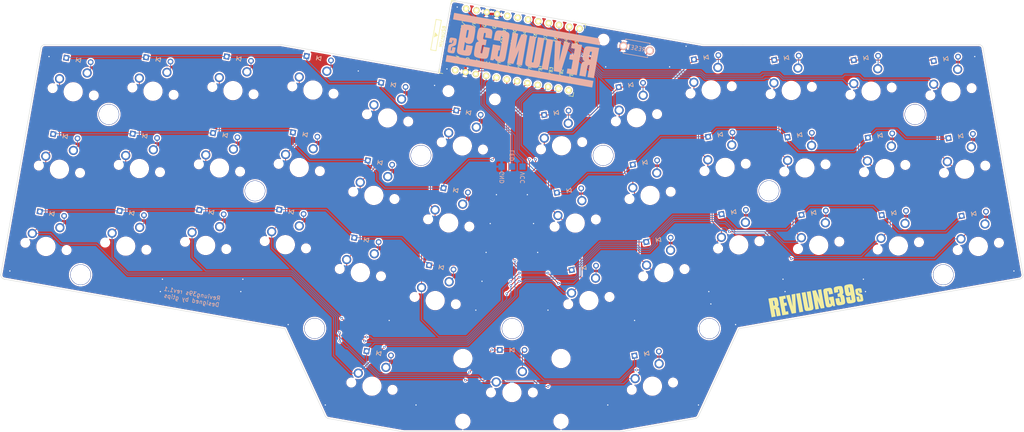
<source format=kicad_pcb>
(kicad_pcb (version 20171130) (host pcbnew "(5.1.2)-1")
  (title_block (title Reviung39) (date 2019-07-19) (rev "rev 1"))
  (layers (0 F.Cu signal) (31 B.Cu signal) (34 B.Paste user) (35 F.Paste user) (36 B.SilkS user) (37 F.SilkS user) (38 B.Mask user) (39 F.Mask user) (44 Edge.Cuts user))
  (net 0 "")
  (net 1 row0)
  (net 2 "Net-(D1-Pad2)")
  (net 3 "Net-(D2-Pad2)")
  (net 4 "Net-(D3-Pad2)")
  (net 5 "Net-(D4-Pad2)")
  (net 6 "Net-(D5-Pad2)")
  (net 7 "Net-(D6-Pad2)")
  (net 8 row1)
  (net 9 "Net-(D7-Pad2)")
  (net 10 "Net-(D8-Pad2)")
  (net 11 "Net-(D9-Pad2)")
  (net 12 "Net-(D10-Pad2)")
  (net 13 "Net-(D11-Pad2)")
  (net 14 "Net-(D12-Pad2)")
  (net 15 row2)
  (net 16 "Net-(D13-Pad2)")
  (net 17 "Net-(D14-Pad2)")
  (net 18 "Net-(D15-Pad2)")
  (net 19 "Net-(D16-Pad2)")
  (net 20 "Net-(D17-Pad2)")
  (net 21 "Net-(D18-Pad2)")
  (net 22 row3)
  (net 23 "Net-(D19-Pad2)")
  (net 24 "Net-(D20-Pad2)")
  (net 25 "Net-(D21-Pad2)")
  (net 26 "Net-(D22-Pad2)")
  (net 27 "Net-(D23-Pad2)")
  (net 28 "Net-(D24-Pad2)")
  (net 29 "Net-(D25-Pad2)")
  (net 30 row4)
  (net 31 "Net-(D26-Pad2)")
  (net 32 "Net-(D27-Pad2)")
  (net 33 "Net-(D28-Pad2)")
  (net 34 "Net-(D29-Pad2)")
  (net 35 "Net-(D30-Pad2)")
  (net 36 row5)
  (net 37 "Net-(D32-Pad2)")
  (net 38 "Net-(D33-Pad2)")
  (net 39 "Net-(D34-Pad2)")
  (net 40 "Net-(D35-Pad2)")
  (net 41 "Net-(D36-Pad2)")
  (net 42 "Net-(D37-Pad2)")
  (net 43 row6)
  (net 44 "Net-(D38-Pad2)")
  (net 45 "Net-(D39-Pad2)")
  (net 46 GND)
  (net 47 VCC)
  (net 48 LED)
  (net 49 reset)
  (net 50 col0)
  (net 51 col1)
  (net 52 col2)
  (net 53 col3)
  (net 54 col4)
  (net 55 col5)
  (net 56 "Net-(U1-Pad2)")
  (net 57 "Net-(U1-Pad5)")
  (net 58 "Net-(U1-Pad6)")
  (net 59 "Net-(U1-Pad13)")
  (net 60 "Net-(U1-Pad24)")
  (net 61 "Net-(D31-Pad2)")
  (module _reviung-kbd:MXOnly-2.25U-ReversedStabilizers-NoLED (layer F.Cu) (at 154.26 124.98)
    (fp_text reference SW38 hide)
    (fp_text value SW_2U_PUSH hide)
    (pad 2 thru_hole circle (at 2.54 -5.08) (size 2.25 2.25) (drill 1.47) (layers *.Cu B.Mask) (net 44 "Net-(D38-Pad2)"))
    (pad "" np_thru_hole circle (at 0 0) (size 3.9878 3.9878) (drill 3.9878) (layers *.Cu *.Mask))
    (pad 1 thru_hole circle (at -3.81 -2.54) (size 2.25 2.25) (drill 1.47) (layers *.Cu B.Mask) (net 51 col1))
    (pad "" np_thru_hole circle (at -5.08 0 48.0996) (size 1.75 1.75) (drill 1.75) (layers *.Cu *.Mask))
    (pad "" np_thru_hole circle (at 5.08 0 48.0996) (size 1.75 1.75) (drill 1.75) (layers *.Cu *.Mask))
    (pad "" np_thru_hole circle (at -11.90625 6.985) (size 3.048 3.048) (drill 3.048) (layers *.Cu *.Mask))
    (pad "" np_thru_hole circle (at 11.90625 6.985) (size 3.048 3.048) (drill 3.048) (layers *.Cu *.Mask))
    (pad "" np_thru_hole circle (at -11.90625 -8.255) (size 3.9878 3.9878) (drill 3.9878) (layers *.Cu *.Mask))
    (pad "" np_thru_hole circle (at 11.90625 -8.255) (size 3.9878 3.9878) (drill 3.9878) (layers *.Cu *.Mask))
  )
  (module _reviung-kbd:D3_TH (layer F.Cu) (at 49.14 44.34 350)
    (fp_text reference D1 hide)
    (fp_text value D hide)
    (pad 2 thru_hole circle (at 3 0 350) (size 1.397 1.397) (drill 0.8128) (layers *.Cu *.Mask) (net 2 "Net-(D1-Pad2)"))
    (pad 1 thru_hole rect (at -3 0 350) (size 1.397 1.397) (drill 0.8128) (layers *.Cu *.Mask) (net 1 row0))
  )
  (module _reviung-kbd:D3_TH (layer F.Cu) (at 68.5 44.2 350)
    (fp_text reference D2 hide)
    (fp_text value D hide)
    (pad 2 thru_hole circle (at 3 0 350) (size 1.397 1.397) (drill 0.8128) (layers *.Cu *.Mask) (net 3 "Net-(D2-Pad2)"))
    (pad 1 thru_hole rect (at -3 0 350) (size 1.397 1.397) (drill 0.8128) (layers *.Cu *.Mask) (net 1 row0))
  )
  (module _reviung-kbd:D3_TH (layer F.Cu) (at 88.03 44.02 350)
    (fp_text reference D3 hide)
    (fp_text value D hide)
    (pad 2 thru_hole circle (at 3 0 350) (size 1.397 1.397) (drill 0.8128) (layers *.Cu *.Mask) (net 4 "Net-(D3-Pad2)"))
    (pad 1 thru_hole rect (at -3 0 350) (size 1.397 1.397) (drill 0.8128) (layers *.Cu *.Mask) (net 1 row0))
  )
  (module _reviung-kbd:D3_TH (layer F.Cu) (at 107.42 43.91 350)
    (fp_text reference D4 hide)
    (fp_text value D hide)
    (pad 2 thru_hole circle (at 3 0 350) (size 1.397 1.397) (drill 0.8128) (layers *.Cu *.Mask) (net 5 "Net-(D4-Pad2)"))
    (pad 1 thru_hole rect (at -3 0 350) (size 1.397 1.397) (drill 0.8128) (layers *.Cu *.Mask) (net 1 row0))
  )
  (module _reviung-kbd:D3_TH (layer F.Cu) (at 125.51 50.34 350)
    (fp_text reference D5 hide)
    (fp_text value D hide)
    (pad 2 thru_hole circle (at 3 0 350) (size 1.397 1.397) (drill 0.8128) (layers *.Cu *.Mask) (net 6 "Net-(D5-Pad2)"))
    (pad 1 thru_hole rect (at -3 0 350) (size 1.397 1.397) (drill 0.8128) (layers *.Cu *.Mask) (net 1 row0))
  )
  (module _reviung-kbd:D3_TH (layer F.Cu) (at 143.73 57.09 350)
    (fp_text reference D6 hide)
    (fp_text value D hide)
    (pad 2 thru_hole circle (at 3 0 350) (size 1.397 1.397) (drill 0.8128) (layers *.Cu *.Mask) (net 7 "Net-(D6-Pad2)"))
    (pad 1 thru_hole rect (at -3 0 350) (size 1.397 1.397) (drill 0.8128) (layers *.Cu *.Mask) (net 1 row0))
  )
  (module _reviung-kbd:D3_TH (layer F.Cu) (at 45.95 62.83 350)
    (fp_text reference D7 hide)
    (fp_text value D hide)
    (pad 2 thru_hole circle (at 3 0 350) (size 1.397 1.397) (drill 0.8128) (layers *.Cu *.Mask) (net 9 "Net-(D7-Pad2)"))
    (pad 1 thru_hole rect (at -3 0 350) (size 1.397 1.397) (drill 0.8128) (layers *.Cu *.Mask) (net 8 row1))
  )
  (module _reviung-kbd:D3_TH (layer F.Cu) (at 65.25 62.74 350)
    (fp_text reference D8 hide)
    (fp_text value D hide)
    (pad 2 thru_hole circle (at 3 0 350) (size 1.397 1.397) (drill 0.8128) (layers *.Cu *.Mask) (net 10 "Net-(D8-Pad2)"))
    (pad 1 thru_hole rect (at -3 0 350) (size 1.397 1.397) (drill 0.8128) (layers *.Cu *.Mask) (net 8 row1))
  )
  (module _reviung-kbd:D3_TH (layer F.Cu) (at 84.73 62.57 350)
    (fp_text reference D9 hide)
    (fp_text value D hide)
    (pad 2 thru_hole circle (at 3 0 350) (size 1.397 1.397) (drill 0.8128) (layers *.Cu *.Mask) (net 11 "Net-(D9-Pad2)"))
    (pad 1 thru_hole rect (at -3 0 350) (size 1.397 1.397) (drill 0.8128) (layers *.Cu *.Mask) (net 8 row1))
  )
  (module _reviung-kbd:D3_TH (layer F.Cu) (at 104.12 62.42 350)
    (fp_text reference D10 hide)
    (fp_text value D hide)
    (pad 2 thru_hole circle (at 3 0 350) (size 1.397 1.397) (drill 0.8128) (layers *.Cu *.Mask) (net 12 "Net-(D10-Pad2)"))
    (pad 1 thru_hole rect (at -3 0 350) (size 1.397 1.397) (drill 0.8128) (layers *.Cu *.Mask) (net 8 row1))
  )
  (module _reviung-kbd:D3_TH (layer F.Cu) (at 122.26 69.21 350)
    (fp_text reference D11 hide)
    (fp_text value D hide)
    (pad 2 thru_hole circle (at 3 0 350) (size 1.397 1.397) (drill 0.8128) (layers *.Cu *.Mask) (net 13 "Net-(D11-Pad2)"))
    (pad 1 thru_hole rect (at -3 0 350) (size 1.397 1.397) (drill 0.8128) (layers *.Cu *.Mask) (net 8 row1))
  )
  (module _reviung-kbd:D3_TH (layer F.Cu) (at 140.63 75.93 350)
    (fp_text reference D12 hide)
    (fp_text value D hide)
    (pad 2 thru_hole circle (at 3 0 350) (size 1.397 1.397) (drill 0.8128) (layers *.Cu *.Mask) (net 14 "Net-(D12-Pad2)"))
    (pad 1 thru_hole rect (at -3 0 350) (size 1.397 1.397) (drill 0.8128) (layers *.Cu *.Mask) (net 8 row1))
  )
  (module _reviung-kbd:D3_TH (layer F.Cu) (at 42.71 81.61 350)
    (fp_text reference D13 hide)
    (fp_text value D hide)
    (pad 2 thru_hole circle (at 3 0 350) (size 1.397 1.397) (drill 0.8128) (layers *.Cu *.Mask) (net 16 "Net-(D13-Pad2)"))
    (pad 1 thru_hole rect (at -3 0 350) (size 1.397 1.397) (drill 0.8128) (layers *.Cu *.Mask) (net 15 row2))
  )
  (module _reviung-kbd:D3_TH (layer F.Cu) (at 62.07 81.44 350)
    (fp_text reference D14 hide)
    (fp_text value D hide)
    (pad 2 thru_hole circle (at 3 0 350) (size 1.397 1.397) (drill 0.8128) (layers *.Cu *.Mask) (net 17 "Net-(D14-Pad2)"))
    (pad 1 thru_hole rect (at -3 0 350) (size 1.397 1.397) (drill 0.8128) (layers *.Cu *.Mask) (net 15 row2))
  )
  (module _reviung-kbd:D3_TH (layer F.Cu) (at 81.4 81.23 350)
    (fp_text reference D15 hide)
    (fp_text value D hide)
    (pad 2 thru_hole circle (at 3 0 350) (size 1.397 1.397) (drill 0.8128) (layers *.Cu *.Mask) (net 18 "Net-(D15-Pad2)"))
    (pad 1 thru_hole rect (at -3 0 350) (size 1.397 1.397) (drill 0.8128) (layers *.Cu *.Mask) (net 15 row2))
  )
  (module _reviung-kbd:D3_TH (layer F.Cu) (at 100.78 81.15 350)
    (fp_text reference D16 hide)
    (fp_text value D hide)
    (pad 2 thru_hole circle (at 3 0 350) (size 1.397 1.397) (drill 0.8128) (layers *.Cu *.Mask) (net 19 "Net-(D16-Pad2)"))
    (pad 1 thru_hole rect (at -3 0 350) (size 1.397 1.397) (drill 0.8128) (layers *.Cu *.Mask) (net 15 row2))
  )
  (module _reviung-kbd:D3_TH (layer F.Cu) (at 118.98 87.96 350)
    (fp_text reference D17 hide)
    (fp_text value D hide)
    (pad 2 thru_hole circle (at 3 0 350) (size 1.397 1.397) (drill 0.8128) (layers *.Cu *.Mask) (net 20 "Net-(D17-Pad2)"))
    (pad 1 thru_hole rect (at -3 0 350) (size 1.397 1.397) (drill 0.8128) (layers *.Cu *.Mask) (net 15 row2))
  )
  (module _reviung-kbd:D3_TH (layer F.Cu) (at 137.13 94.62 350)
    (fp_text reference D18 hide)
    (fp_text value D hide)
    (pad 2 thru_hole circle (at 3 0 350) (size 1.397 1.397) (drill 0.8128) (layers *.Cu *.Mask) (net 21 "Net-(D18-Pad2)"))
    (pad 1 thru_hole rect (at -3 0 350) (size 1.397 1.397) (drill 0.8128) (layers *.Cu *.Mask) (net 15 row2))
  )
  (module _reviung-kbd:D3_TH (layer F.Cu) (at 165.03 57.13 10)
    (fp_text reference D19 hide)
    (fp_text value D hide)
    (pad 2 thru_hole circle (at 3 0 10) (size 1.397 1.397) (drill 0.8128) (layers *.Cu *.Mask) (net 23 "Net-(D19-Pad2)"))
    (pad 1 thru_hole rect (at -3 0 10) (size 1.397 1.397) (drill 0.8128) (layers *.Cu *.Mask) (net 22 row3))
  )
  (module _reviung-kbd:D3_TH (layer F.Cu) (at 183.1 50.39 10)
    (fp_text reference D20 hide)
    (fp_text value D hide)
    (pad 2 thru_hole circle (at 3 0 10) (size 1.397 1.397) (drill 0.8128) (layers *.Cu *.Mask) (net 24 "Net-(D20-Pad2)"))
    (pad 1 thru_hole rect (at -3 0 10) (size 1.397 1.397) (drill 0.8128) (layers *.Cu *.Mask) (net 22 row3))
  )
  (module _reviung-kbd:D3_TH (layer F.Cu) (at 201.36 43.69 10)
    (fp_text reference D21 hide)
    (fp_text value D hide)
    (pad 2 thru_hole circle (at 3 0 10) (size 1.397 1.397) (drill 0.8128) (layers *.Cu *.Mask) (net 25 "Net-(D21-Pad2)"))
    (pad 1 thru_hole rect (at -3 0 10) (size 1.397 1.397) (drill 0.8128) (layers *.Cu *.Mask) (net 22 row3))
  )
  (module _reviung-kbd:D3_TH (layer F.Cu) (at 220.84 43.8 10)
    (fp_text reference D22 hide)
    (fp_text value D hide)
    (pad 2 thru_hole circle (at 3 0 10) (size 1.397 1.397) (drill 0.8128) (layers *.Cu *.Mask) (net 26 "Net-(D22-Pad2)"))
    (pad 1 thru_hole rect (at -3 0 10) (size 1.397 1.397) (drill 0.8128) (layers *.Cu *.Mask) (net 22 row3))
  )
  (module _reviung-kbd:D3_TH (layer F.Cu) (at 240.11 43.83 10)
    (fp_text reference D23 hide)
    (fp_text value D hide)
    (pad 2 thru_hole circle (at 3 0 10) (size 1.397 1.397) (drill 0.8128) (layers *.Cu *.Mask) (net 27 "Net-(D23-Pad2)"))
    (pad 1 thru_hole rect (at -3 0 10) (size 1.397 1.397) (drill 0.8128) (layers *.Cu *.Mask) (net 22 row3))
  )
  (module _reviung-kbd:D3_TH (layer F.Cu) (at 259.5 44.05 10)
    (fp_text reference D24 hide)
    (fp_text value D hide)
    (pad 2 thru_hole circle (at 3 0 10) (size 1.397 1.397) (drill 0.8128) (layers *.Cu *.Mask) (net 28 "Net-(D24-Pad2)"))
    (pad 1 thru_hole rect (at -3 0 10) (size 1.397 1.397) (drill 0.8128) (layers *.Cu *.Mask) (net 22 row3))
  )
  (module _reviung-kbd:D3_TH (layer F.Cu) (at 168.11 75.98 10)
    (fp_text reference D25 hide)
    (fp_text value D hide)
    (pad 2 thru_hole circle (at 3 0 10) (size 1.397 1.397) (drill 0.8128) (layers *.Cu *.Mask) (net 29 "Net-(D25-Pad2)"))
    (pad 1 thru_hole rect (at -3 0 10) (size 1.397 1.397) (drill 0.8128) (layers *.Cu *.Mask) (net 30 row4))
  )
  (module _reviung-kbd:D3_TH (layer F.Cu) (at 186.52 69.19 10)
    (fp_text reference D26 hide)
    (fp_text value D hide)
    (pad 2 thru_hole circle (at 3 0 10) (size 1.397 1.397) (drill 0.8128) (layers *.Cu *.Mask) (net 31 "Net-(D26-Pad2)"))
    (pad 1 thru_hole rect (at -3 0 10) (size 1.397 1.397) (drill 0.8128) (layers *.Cu *.Mask) (net 30 row4))
  )
  (module _reviung-kbd:D3_TH (layer F.Cu) (at 204.79 62.43 10)
    (fp_text reference D27 hide)
    (fp_text value D hide)
    (pad 2 thru_hole circle (at 3 0 10) (size 1.397 1.397) (drill 0.8128) (layers *.Cu *.Mask) (net 32 "Net-(D27-Pad2)"))
    (pad 1 thru_hole rect (at -3 0 10) (size 1.397 1.397) (drill 0.8128) (layers *.Cu *.Mask) (net 30 row4))
  )
  (module _reviung-kbd:D3_TH (layer F.Cu) (at 224.04 62.51 10)
    (fp_text reference D28 hide)
    (fp_text value D hide)
    (pad 2 thru_hole circle (at 3 0 10) (size 1.397 1.397) (drill 0.8128) (layers *.Cu *.Mask) (net 33 "Net-(D28-Pad2)"))
    (pad 1 thru_hole rect (at -3 0 10) (size 1.397 1.397) (drill 0.8128) (layers *.Cu *.Mask) (net 30 row4))
  )
  (module _reviung-kbd:D3_TH (layer F.Cu) (at 243.54 62.65 10)
    (fp_text reference D29 hide)
    (fp_text value D hide)
    (pad 2 thru_hole circle (at 3 0 10) (size 1.397 1.397) (drill 0.8128) (layers *.Cu *.Mask) (net 34 "Net-(D29-Pad2)"))
    (pad 1 thru_hole rect (at -3 0 10) (size 1.397 1.397) (drill 0.8128) (layers *.Cu *.Mask) (net 30 row4))
  )
  (module _reviung-kbd:D3_TH (layer F.Cu) (at 263.09 62.77 10)
    (fp_text reference D30 hide)
    (fp_text value D hide)
    (pad 2 thru_hole circle (at 3 0 10) (size 1.397 1.397) (drill 0.8128) (layers *.Cu *.Mask) (net 35 "Net-(D30-Pad2)"))
    (pad 1 thru_hole rect (at -3 0 10) (size 1.397 1.397) (drill 0.8128) (layers *.Cu *.Mask) (net 30 row4))
  )
  (module _reviung-kbd:D3_TH (layer F.Cu) (at 171.7 94.73 10)
    (fp_text reference D31 hide)
    (fp_text value D hide)
    (pad 2 thru_hole circle (at 3 0 10) (size 1.397 1.397) (drill 0.8128) (layers *.Cu *.Mask) (net 61 "Net-(D31-Pad2)"))
    (pad 1 thru_hole rect (at -3 0 10) (size 1.397 1.397) (drill 0.8128) (layers *.Cu *.Mask) (net 36 row5))
  )
  (module _reviung-kbd:D3_TH (layer F.Cu) (at 189.8 87.94 10)
    (fp_text reference D32 hide)
    (fp_text value D hide)
    (pad 2 thru_hole circle (at 3 0 10) (size 1.397 1.397) (drill 0.8128) (layers *.Cu *.Mask) (net 37 "Net-(D32-Pad2)"))
    (pad 1 thru_hole rect (at -3 0 10) (size 1.397 1.397) (drill 0.8128) (layers *.Cu *.Mask) (net 36 row5))
  )
  (module _reviung-kbd:D3_TH (layer F.Cu) (at 208.04 81.2 10)
    (fp_text reference D33 hide)
    (fp_text value D hide)
    (pad 2 thru_hole circle (at 3 0 10) (size 1.397 1.397) (drill 0.8128) (layers *.Cu *.Mask) (net 38 "Net-(D33-Pad2)"))
    (pad 1 thru_hole rect (at -3 0 10) (size 1.397 1.397) (drill 0.8128) (layers *.Cu *.Mask) (net 36 row5))
  )
  (module _reviung-kbd:D3_TH (layer F.Cu) (at 227.43 81.37 10)
    (fp_text reference D34 hide)
    (fp_text value D hide)
    (pad 2 thru_hole circle (at 3 0 10) (size 1.397 1.397) (drill 0.8128) (layers *.Cu *.Mask) (net 39 "Net-(D34-Pad2)"))
    (pad 1 thru_hole rect (at -3 0 10) (size 1.397 1.397) (drill 0.8128) (layers *.Cu *.Mask) (net 36 row5))
  )
  (module _reviung-kbd:D3_TH (layer F.Cu) (at 246.88 81.43 10)
    (fp_text reference D35 hide)
    (fp_text value D hide)
    (pad 2 thru_hole circle (at 3 0 10) (size 1.397 1.397) (drill 0.8128) (layers *.Cu *.Mask) (net 40 "Net-(D35-Pad2)"))
    (pad 1 thru_hole rect (at -3 0 10) (size 1.397 1.397) (drill 0.8128) (layers *.Cu *.Mask) (net 36 row5))
  )
  (module _reviung-kbd:D3_TH (layer F.Cu) (at 266.27 81.62 10)
    (fp_text reference D36 hide)
    (fp_text value D hide)
    (pad 2 thru_hole circle (at 3 0 10) (size 1.397 1.397) (drill 0.8128) (layers *.Cu *.Mask) (net 41 "Net-(D36-Pad2)"))
    (pad 1 thru_hole rect (at -3 0 10) (size 1.397 1.397) (drill 0.8128) (layers *.Cu *.Mask) (net 36 row5))
  )
  (module _reviung-kbd:D3_TH (layer F.Cu) (at 121.97 115.46 350)
    (fp_text reference D37 hide)
    (fp_text value D hide)
    (pad 2 thru_hole circle (at 3 0 350) (size 1.397 1.397) (drill 0.8128) (layers *.Cu *.Mask) (net 42 "Net-(D37-Pad2)"))
    (pad 1 thru_hole rect (at -3 0 350) (size 1.397 1.397) (drill 0.8128) (layers *.Cu *.Mask) (net 43 row6))
  )
  (module _reviung-kbd:D3_TH (layer F.Cu) (at 154.31 114.64)
    (fp_text reference D38 hide)
    (fp_text value D hide)
    (pad 1 thru_hole rect (at -3 0) (size 1.397 1.397) (drill 0.8128) (layers *.Cu *.Mask) (net 43 row6))
    (pad 2 thru_hole circle (at 3 0) (size 1.397 1.397) (drill 0.8128) (layers *.Cu *.Mask) (net 44 "Net-(D38-Pad2)"))
  )
  (module _reviung-kbd:D3_TH (layer F.Cu) (at 186.94 115.52 10)
    (fp_text reference D39 hide)
    (fp_text value D hide)
    (pad 2 thru_hole circle (at 3 0 10) (size 1.397 1.397) (drill 0.8128) (layers *.Cu *.Mask) (net 45 "Net-(D39-Pad2)"))
    (pad 1 thru_hole rect (at -3 0 10) (size 1.397 1.397) (drill 0.8128) (layers *.Cu *.Mask) (net 43 row6))
  )
  (module _reviung-kbd:REVIUNG39s-B-logo (layer B.Cu) (at 156.99 41.96 170)
    (fp_text reference G*** hide)
    (fp_text value LOGO hide)
  )
  (module _reviung-kbd:REVIUNG39s-FS-logo (layer F.Cu) (at 228 102.5 10)
    (fp_text reference G*** hide)
    (fp_text value LOGO hide)
  )
  (module _reviung-kbd:HOLE (layer F.Cu) (at 258.86 96.41)
    (fp_text reference H11 hide)
    (fp_text value H11 hide)
    (pad "" np_thru_hole circle (at 0 0) (size 5 5) (drill 4.8) (layers *.Cu *.Mask))
  )
  (module _reviung-kbd:HOLE (layer F.Cu) (at 252 57.54)
    (fp_text reference H10 hide)
    (fp_text value H10 hide)
    (pad "" np_thru_hole circle (at 0 0) (size 5 5) (drill 4.8) (layers *.Cu *.Mask))
  )
  (module _reviung-kbd:HOLE (layer F.Cu) (at 202.12 109.47)
    (fp_text reference H8 hide)
    (fp_text value H8 hide)
    (pad "" np_thru_hole circle (at 0 0) (size 5 5) (drill 4.8) (layers *.Cu *.Mask))
  )
  (module _reviung-kbd:HOLE (layer F.Cu) (at 216.59 76.06)
    (fp_text reference H9 hide)
    (fp_text value H9 hide)
    (pad "" np_thru_hole circle (at 0 0) (size 5 5) (drill 4.8) (layers *.Cu *.Mask))
  )
  (module _reviung-kbd:HOLE (layer F.Cu) (at 176.38 67.47)
    (fp_text reference H7 hide)
    (fp_text value H7 hide)
    (pad "" np_thru_hole circle (at 0 0) (size 5 5) (drill 4.8) (layers *.Cu *.Mask))
  )
  (module _reviung-kbd:HOLE (layer F.Cu) (at 154.3 109.47)
    (fp_text reference H6 hide)
    (fp_text value H6 hide)
    (pad "" np_thru_hole circle (at 0 0) (size 5 5) (drill 4.8) (layers *.Cu *.Mask))
  )
  (module _reviung-kbd:HOLE (layer F.Cu) (at 132.19 67.46)
    (fp_text reference H4 hide)
    (fp_text value H4 hide)
    (pad "" np_thru_hole circle (at 0 0) (size 5 5) (drill 4.8) (layers *.Cu *.Mask))
  )
  (module _reviung-kbd:HOLE (layer F.Cu) (at 106.41 109.43)
    (fp_text reference H5 hide)
    (fp_text value H5 hide)
    (pad "" np_thru_hole circle (at 0 0) (size 5 5) (drill 4.8) (layers *.Cu *.Mask))
  )
  (module _reviung-kbd:HOLE (layer F.Cu) (at 91.95 76.08)
    (fp_text reference H3 hide)
    (fp_text value H3 hide)
    (pad "" np_thru_hole circle (at 0 0) (size 5 5) (drill 4.8) (layers *.Cu *.Mask))
  )
  (module _reviung-kbd:HOLE (layer F.Cu) (at 49.66 96.41)
    (fp_text reference H2 hide)
    (fp_text value H2 hide)
    (pad "" np_thru_hole circle (at 0 0) (size 5 5) (drill 4.8) (layers *.Cu *.Mask))
  )
  (module _reviung-kbd:HOLE (layer F.Cu) (at 56.51 57.53)
    (fp_text reference H1 hide)
    (fp_text value H1 hide)
    (pad "" np_thru_hole circle (at 0 0) (size 5 5) (drill 4.8) (layers *.Cu *.Mask))
  )
  (module MountingHole:MountingHole_2.2mm_M2_ISO14580 (layer F.Cu) (at 138.87 51.87)
    (fp_text reference REF** hide)
    (fp_text value MountingHole_2.2mm_M2_ISO14580)
    (pad 1 np_thru_hole circle (at 0 0) (size 2.2 2.2) (drill 2.2) (layers *.Cu *.Mask))
  )
  (module MountingHole:MountingHole_2.2mm_M2_ISO14580 (layer F.Cu) (at 176.48 39.4)
    (fp_text reference REF** hide)
    (fp_text value MountingHole_2.2mm_M2_ISO14580)
    (pad 1 np_thru_hole circle (at 0 0) (size 2.2 2.2) (drill 2.2) (layers *.Cu *.Mask))
  )
  (module MountingHole:MountingHole_2.2mm_M2_ISO14580 (layer F.Cu) (at 150.13 53.88)
    (fp_text reference REF** hide)
    (fp_text value MountingHole_2.2mm_M2_ISO14580)
    (pad 1 np_thru_hole circle (at 0 0) (size 2.2 2.2) (drill 2.2) (layers *.Cu *.Mask))
  )
  (module _reviung-kbd:ResetSW_1side (layer B.Cu) (at 184.5 41.5 350)
    (fp_text reference RESET1 hide)
    (fp_text value SW_PUSH)
    (fp_text user RESET (at 0 0 350) (layer B.SilkS) (effects (justify mirror)))
    (pad 2 thru_hole circle (at -3.25 0 350) (size 2 2) (drill 1.3) (layers *.Cu B.SilkS F.Mask) (net 46 GND))
    (pad 1 thru_hole circle (at 3.25 0 350) (size 2 2) (drill 1.3) (layers *.Cu B.SilkS F.Mask) (net 49 reset))
  )
  (module _reviung-kbd:ProMicro_v3 (layer F.Cu) (at 156.09 41.86 80)
    (fp_text reference U1 hide)
    (fp_text value ProMicro hide)
    (fp_text user "" (at -1.2515 -16.256 80) (layer B.SilkS) (effects (justify mirror)))
    (fp_text user "" (at -0.545 -17.4 80) (layer F.SilkS))
    (fp_text user RAW (at -4.995 -14.5 80 unlocked) (layer F.SilkS) (effects (font (size 0.75 0.67) (thickness 0.125))))
    (fp_text user GND (at -4.995 -11.95 80 unlocked) (layer F.SilkS) (effects (font (size 0.75 0.67) (thickness 0.125))))
    (fp_text user RST (at -4.995 -9.4 80 unlocked) (layer F.SilkS) (effects (font (size 0.75 0.67) (thickness 0.125))))
    (fp_text user VCC (at -4.995 -6.95 80 unlocked) (layer F.SilkS) (effects (font (size 0.75 0.67) (thickness 0.125))))
    (fp_text user A3/F4 (at -4.395 -4.25 80 unlocked) (layer F.SilkS) (effects (font (size 0.75 0.67) (thickness 0.125))))
    (fp_text user A2/F5 (at -4.395 -1.75 80 unlocked) (layer F.SilkS) (effects (font (size 0.75 0.67) (thickness 0.125))))
    (fp_text user A1/F6 (at -4.395 0.75 80 unlocked) (layer F.SilkS) (effects (font (size 0.75 0.67) (thickness 0.125))))
    (fp_text user A0/F7 (at -4.395 3.3 80 unlocked) (layer F.SilkS) (effects (font (size 0.75 0.67) (thickness 0.125))))
    (fp_text user 15/B1 (at -4.395 5.85 80 unlocked) (layer F.SilkS) (effects (font (size 0.75 0.67) (thickness 0.125))))
    (fp_text user 14/B3 (at -4.395 8.4 80 unlocked) (layer F.SilkS) (effects (font (size 0.75 0.67) (thickness 0.125))))
    (fp_text user 10/B6 (at -4.395 13.45 80 unlocked) (layer F.SilkS) (effects (font (size 0.75 0.67) (thickness 0.125))))
    (fp_text user 16/B2 (at -4.395 10.95 80 unlocked) (layer F.SilkS) (effects (font (size 0.75 0.67) (thickness 0.125))))
    (fp_text user E6/7 (at 4.705 8.25 80 unlocked) (layer F.SilkS) (effects (font (size 0.75 0.67) (thickness 0.125))))
    (fp_text user D7/6 (at 4.705 5.7 80 unlocked) (layer F.SilkS) (effects (font (size 0.75 0.67) (thickness 0.125))))
    (fp_text user GND (at 4.955 -9.35 80 unlocked) (layer F.SilkS) (effects (font (size 0.75 0.67) (thickness 0.125))))
    (fp_text user GND (at 4.955 -6.9 80 unlocked) (layer F.SilkS) (effects (font (size 0.75 0.67) (thickness 0.125))))
    (fp_text user D3/TX0 (at 4.155 -14.45 80 unlocked) (layer F.SilkS) (effects (font (size 0.75 0.67) (thickness 0.125))))
    (fp_text user D4/4 (at 4.705 0.6 80 unlocked) (layer F.SilkS) (effects (font (size 0.75 0.67) (thickness 0.125))))
    (fp_text user SDA/D1/2 (at 3.455 -4.4 80 unlocked) (layer F.SilkS) (effects (font (size 0.75 0.67) (thickness 0.125))))
    (fp_text user SCL/D0/3 (at 3.455 -1.9 80 unlocked) (layer F.SilkS) (effects (font (size 0.75 0.67) (thickness 0.125))))
    (fp_text user C6/5 (at 4.705 3.15 80 unlocked) (layer F.SilkS) (effects (font (size 0.75 0.67) (thickness 0.125))))
    (fp_text user B5/9 (at 4.705 13.3 80 unlocked) (layer F.SilkS) (effects (font (size 0.75 0.67) (thickness 0.125))))
    (fp_text user D2/RX1 (at 4.155 -11.9 80 unlocked) (layer F.SilkS) (effects (font (size 0.75 0.67) (thickness 0.125))))
    (fp_text user B4/8 (at 4.705 10.8 80 unlocked) (layer F.SilkS) (effects (font (size 0.75 0.67) (thickness 0.125))))
    (fp_text user MicroUSB (at -0.05 -18.95 80) (layer F.SilkS) (effects (font (size 0.75 0.75) (thickness 0.12))))
    (pad 24 thru_hole circle (at -7.6086 -14.478 80) (size 1.524 1.524) (drill 0.8128) (layers *.Cu F.SilkS B.Mask) (net 60 "Net-(U1-Pad24)"))
    (pad 23 thru_hole circle (at -7.6086 -11.938 80) (size 1.524 1.524) (drill 0.8128) (layers *.Cu F.SilkS B.Mask) (net 46 GND))
    (pad 22 thru_hole circle (at -7.6086 -9.398 80) (size 1.524 1.524) (drill 0.8128) (layers *.Cu F.SilkS B.Mask) (net 49 reset))
    (pad 21 thru_hole circle (at -7.6086 -6.858 80) (size 1.524 1.524) (drill 0.8128) (layers *.Cu F.SilkS B.Mask) (net 47 VCC))
    (pad 20 thru_hole circle (at -7.6086 -4.318 80) (size 1.524 1.524) (drill 0.8128) (layers *.Cu F.SilkS B.Mask) (net 1 row0))
    (pad 19 thru_hole circle (at -7.6086 -1.778 80) (size 1.524 1.524) (drill 0.8128) (layers *.Cu F.SilkS B.Mask) (net 8 row1))
    (pad 18 thru_hole circle (at -7.6086 0.762 80) (size 1.524 1.524) (drill 0.8128) (layers *.Cu F.SilkS B.Mask) (net 15 row2))
    (pad 17 thru_hole circle (at -7.6086 3.302 80) (size 1.524 1.524) (drill 0.8128) (layers *.Cu F.SilkS B.Mask) (net 22 row3))
    (pad 16 thru_hole circle (at -7.6086 5.842 80) (size 1.524 1.524) (drill 0.8128) (layers *.Cu F.SilkS B.Mask) (net 30 row4))
    (pad 15 thru_hole circle (at -7.6086 8.382 80) (size 1.524 1.524) (drill 0.8128) (layers *.Cu F.SilkS B.Mask) (net 36 row5))
    (pad 14 thru_hole circle (at -7.6086 10.922 80) (size 1.524 1.524) (drill 0.8128) (layers *.Cu F.SilkS B.Mask) (net 43 row6))
    (pad 13 thru_hole circle (at -7.6086 13.462 80) (size 1.524 1.524) (drill 0.8128) (layers *.Cu F.SilkS B.Mask) (net 59 "Net-(U1-Pad13)"))
    (pad 12 thru_hole circle (at 7.6114 13.462 80) (size 1.524 1.524) (drill 0.8128) (layers *.Cu F.SilkS B.Mask) (net 55 col5))
    (pad 11 thru_hole circle (at 7.6114 10.922 80) (size 1.524 1.524) (drill 0.8128) (layers *.Cu F.SilkS B.Mask) (net 54 col4))
    (pad 10 thru_hole circle (at 7.6114 8.382 80) (size 1.524 1.524) (drill 0.8128) (layers *.Cu F.SilkS B.Mask) (net 53 col3))
    (pad 9 thru_hole circle (at 7.6114 5.842 80) (size 1.524 1.524) (drill 0.8128) (layers *.Cu F.SilkS B.Mask) (net 52 col2))
    (pad 8 thru_hole circle (at 7.6114 3.302 80) (size 1.524 1.524) (drill 0.8128) (layers *.Cu F.SilkS B.Mask) (net 51 col1))
    (pad 7 thru_hole circle (at 7.6114 0.762 80) (size 1.524 1.524) (drill 0.8128) (layers *.Cu F.SilkS B.Mask) (net 50 col0))
    (pad 6 thru_hole circle (at 7.6114 -1.778 80) (size 1.524 1.524) (drill 0.8128) (layers *.Cu F.SilkS B.Mask) (net 58 "Net-(U1-Pad6)"))
    (pad 5 thru_hole circle (at 7.6114 -4.318 80) (size 1.524 1.524) (drill 0.8128) (layers *.Cu F.SilkS B.Mask) (net 57 "Net-(U1-Pad5)"))
    (pad 4 thru_hole circle (at 7.6114 -6.858 80) (size 1.524 1.524) (drill 0.8128) (layers *.Cu F.SilkS B.Mask) (net 46 GND))
    (pad 3 thru_hole circle (at 7.6114 -9.398 80) (size 1.524 1.524) (drill 0.8128) (layers *.Cu F.SilkS B.Mask) (net 46 GND))
    (pad 2 thru_hole circle (at 7.6114 -11.938 80) (size 1.524 1.524) (drill 0.8128) (layers *.Cu F.SilkS B.Mask) (net 56 "Net-(U1-Pad2)"))
    (pad 1 thru_hole circle (at 7.6114 -14.478 80) (size 1.524 1.524) (drill 0.8128) (layers *.Cu F.SilkS B.Mask) (net 48 LED))
  )
  (module _reviung-kbd:StripLED_1side (layer B.Cu) (at 151.75 70.2 270)
    (fp_text reference J1 hide)
    (fp_text value Conn_01x03_Shielded hide)
    (fp_text user VCC (at 2.7 -5.1 90) (layer B.SilkS) (effects (justify mirror)))
    (fp_text user LED (at -2.71 -2.56 90) (layer B.SilkS) (effects (justify mirror)))
    (fp_text user GND (at 2.6 -0.1 90) (layer B.SilkS) (effects (justify mirror)))
    (pad 3 smd rect (at 0 -5.08 270) (size 1.524 1.524) (layers B.Cu B.Mask) (net 47 VCC))
    (pad 2 smd rect (at 0 -2.54 270) (size 1.524 1.524) (layers B.Cu B.Mask) (net 48 LED))
    (pad 1 smd rect (at 0 0 270) (size 1.524 1.524) (layers B.Cu B.Mask) (net 46 GND))
  )
  (module _reviung-kbd:MXOnly-1U-NoLED (layer F.Cu) (at 47.86 52.04 350)
    (fp_text reference SW1 hide)
    (fp_text value SW_PUSH hide)
    (pad "" np_thru_hole circle (at 5.08 0 38.0996) (size 1.75 1.75) (drill 1.75) (layers *.Cu *.Mask))
    (pad "" np_thru_hole circle (at -5.08 0 38.0996) (size 1.75 1.75) (drill 1.75) (layers *.Cu *.Mask))
    (pad 1 thru_hole circle (at -3.81 -2.54 350) (size 2.25 2.25) (drill 1.47) (layers *.Cu B.Mask) (net 50 col0))
    (pad "" np_thru_hole circle (at 0 0 350) (size 3.9878 3.9878) (drill 3.9878) (layers *.Cu *.Mask))
    (pad 2 thru_hole circle (at 2.54 -5.08 350) (size 2.25 2.25) (drill 1.47) (layers *.Cu B.Mask) (net 2 "Net-(D1-Pad2)"))
  )
  (module _reviung-kbd:MXOnly-1U-NoLED (layer F.Cu) (at 67.21 51.9 350)
    (fp_text reference SW2 hide)
    (fp_text value SW_PUSH hide)
    (pad 2 thru_hole circle (at 2.54 -5.08 350) (size 2.25 2.25) (drill 1.47) (layers *.Cu B.Mask) (net 3 "Net-(D2-Pad2)"))
    (pad "" np_thru_hole circle (at 0 0 350) (size 3.9878 3.9878) (drill 3.9878) (layers *.Cu *.Mask))
    (pad 1 thru_hole circle (at -3.81 -2.54 350) (size 2.25 2.25) (drill 1.47) (layers *.Cu B.Mask) (net 51 col1))
    (pad "" np_thru_hole circle (at -5.08 0 38.0996) (size 1.75 1.75) (drill 1.75) (layers *.Cu *.Mask))
    (pad "" np_thru_hole circle (at 5.08 0 38.0996) (size 1.75 1.75) (drill 1.75) (layers *.Cu *.Mask))
  )
  (module _reviung-kbd:MXOnly-1U-NoLED (layer F.Cu) (at 86.6 51.76 350)
    (fp_text reference SW3 hide)
    (fp_text value SW_PUSH hide)
    (pad 2 thru_hole circle (at 2.54 -5.08 350) (size 2.25 2.25) (drill 1.47) (layers *.Cu B.Mask) (net 4 "Net-(D3-Pad2)"))
    (pad "" np_thru_hole circle (at 0 0 350) (size 3.9878 3.9878) (drill 3.9878) (layers *.Cu *.Mask))
    (pad 1 thru_hole circle (at -3.81 -2.54 350) (size 2.25 2.25) (drill 1.47) (layers *.Cu B.Mask) (net 52 col2))
    (pad "" np_thru_hole circle (at -5.08 0 38.0996) (size 1.75 1.75) (drill 1.75) (layers *.Cu *.Mask))
    (pad "" np_thru_hole circle (at 5.08 0 38.0996) (size 1.75 1.75) (drill 1.75) (layers *.Cu *.Mask))
  )
  (module _reviung-kbd:MXOnly-1U-NoLED (layer F.Cu) (at 105.99 51.62 350)
    (fp_text reference SW4 hide)
    (fp_text value SW_PUSH hide)
    (pad "" np_thru_hole circle (at 5.08 0 38.0996) (size 1.75 1.75) (drill 1.75) (layers *.Cu *.Mask))
    (pad "" np_thru_hole circle (at -5.08 0 38.0996) (size 1.75 1.75) (drill 1.75) (layers *.Cu *.Mask))
    (pad 1 thru_hole circle (at -3.81 -2.54 350) (size 2.25 2.25) (drill 1.47) (layers *.Cu B.Mask) (net 53 col3))
    (pad "" np_thru_hole circle (at 0 0 350) (size 3.9878 3.9878) (drill 3.9878) (layers *.Cu *.Mask))
    (pad 2 thru_hole circle (at 2.54 -5.08 350) (size 2.25 2.25) (drill 1.47) (layers *.Cu B.Mask) (net 5 "Net-(D4-Pad2)"))
  )
  (module _reviung-kbd:MXOnly-1U-NoLED (layer F.Cu) (at 124.11 58.38 350)
    (fp_text reference SW5 hide)
    (fp_text value SW_PUSH hide)
    (pad "" np_thru_hole circle (at 5.08 0 38.0996) (size 1.75 1.75) (drill 1.75) (layers *.Cu *.Mask))
    (pad "" np_thru_hole circle (at -5.08 0 38.0996) (size 1.75 1.75) (drill 1.75) (layers *.Cu *.Mask))
    (pad 1 thru_hole circle (at -3.81 -2.54 350) (size 2.25 2.25) (drill 1.47) (layers *.Cu B.Mask) (net 54 col4))
    (pad "" np_thru_hole circle (at 0 0 350) (size 3.9878 3.9878) (drill 3.9878) (layers *.Cu *.Mask))
    (pad 2 thru_hole circle (at 2.54 -5.08 350) (size 2.25 2.25) (drill 1.47) (layers *.Cu B.Mask) (net 6 "Net-(D5-Pad2)"))
  )
  (module _reviung-kbd:MXOnly-1U-NoLED (layer F.Cu) (at 142.23 65.17 350)
    (fp_text reference SW6 hide)
    (fp_text value SW_PUSH hide)
    (pad 2 thru_hole circle (at 2.54 -5.08 350) (size 2.25 2.25) (drill 1.47) (layers *.Cu B.Mask) (net 7 "Net-(D6-Pad2)"))
    (pad "" np_thru_hole circle (at 0 0 350) (size 3.9878 3.9878) (drill 3.9878) (layers *.Cu *.Mask))
    (pad 1 thru_hole circle (at -3.81 -2.54 350) (size 2.25 2.25) (drill 1.47) (layers *.Cu B.Mask) (net 55 col5))
    (pad "" np_thru_hole circle (at -5.08 0 38.0996) (size 1.75 1.75) (drill 1.75) (layers *.Cu *.Mask))
    (pad "" np_thru_hole circle (at 5.08 0 38.0996) (size 1.75 1.75) (drill 1.75) (layers *.Cu *.Mask))
  )
  (module _reviung-kbd:MXOnly-1U-NoLED (layer F.Cu) (at 44.52 70.83 350)
    (fp_text reference SW7 hide)
    (fp_text value SW_PUSH hide)
    (pad 2 thru_hole circle (at 2.54 -5.08 350) (size 2.25 2.25) (drill 1.47) (layers *.Cu B.Mask) (net 9 "Net-(D7-Pad2)"))
    (pad "" np_thru_hole circle (at 0 0 350) (size 3.9878 3.9878) (drill 3.9878) (layers *.Cu *.Mask))
    (pad 1 thru_hole circle (at -3.81 -2.54 350) (size 2.25 2.25) (drill 1.47) (layers *.Cu B.Mask) (net 50 col0))
    (pad "" np_thru_hole circle (at -5.08 0 38.0996) (size 1.75 1.75) (drill 1.75) (layers *.Cu *.Mask))
    (pad "" np_thru_hole circle (at 5.08 0 38.0996) (size 1.75 1.75) (drill 1.75) (layers *.Cu *.Mask))
  )
  (module _reviung-kbd:MXOnly-1U-NoLED (layer F.Cu) (at 63.91 70.66 350)
    (fp_text reference SW8 hide)
    (fp_text value SW_PUSH hide)
    (pad 2 thru_hole circle (at 2.54 -5.08 350) (size 2.25 2.25) (drill 1.47) (layers *.Cu B.Mask) (net 10 "Net-(D8-Pad2)"))
    (pad "" np_thru_hole circle (at 0 0 350) (size 3.9878 3.9878) (drill 3.9878) (layers *.Cu *.Mask))
    (pad 1 thru_hole circle (at -3.81 -2.54 350) (size 2.25 2.25) (drill 1.47) (layers *.Cu B.Mask) (net 51 col1))
    (pad "" np_thru_hole circle (at -5.08 0 38.0996) (size 1.75 1.75) (drill 1.75) (layers *.Cu *.Mask))
    (pad "" np_thru_hole circle (at 5.08 0 38.0996) (size 1.75 1.75) (drill 1.75) (layers *.Cu *.Mask))
  )
  (module _reviung-kbd:MXOnly-1U-NoLED (layer F.Cu) (at 83.33 70.52 350)
    (fp_text reference SW9 hide)
    (fp_text value SW_PUSH hide)
    (pad "" np_thru_hole circle (at 5.08 0 38.0996) (size 1.75 1.75) (drill 1.75) (layers *.Cu *.Mask))
    (pad "" np_thru_hole circle (at -5.08 0 38.0996) (size 1.75 1.75) (drill 1.75) (layers *.Cu *.Mask))
    (pad 1 thru_hole circle (at -3.81 -2.54 350) (size 2.25 2.25) (drill 1.47) (layers *.Cu B.Mask) (net 52 col2))
    (pad "" np_thru_hole circle (at 0 0 350) (size 3.9878 3.9878) (drill 3.9878) (layers *.Cu *.Mask))
    (pad 2 thru_hole circle (at 2.54 -5.08 350) (size 2.25 2.25) (drill 1.47) (layers *.Cu B.Mask) (net 11 "Net-(D9-Pad2)"))
  )
  (module _reviung-kbd:MXOnly-1U-NoLED (layer F.Cu) (at 102.68 70.41 350)
    (fp_text reference SW10 hide)
    (fp_text value SW_PUSH hide)
    (pad 2 thru_hole circle (at 2.54 -5.08 350) (size 2.25 2.25) (drill 1.47) (layers *.Cu B.Mask) (net 12 "Net-(D10-Pad2)"))
    (pad "" np_thru_hole circle (at 0 0 350) (size 3.9878 3.9878) (drill 3.9878) (layers *.Cu *.Mask))
    (pad 1 thru_hole circle (at -3.81 -2.54 350) (size 2.25 2.25) (drill 1.47) (layers *.Cu B.Mask) (net 53 col3))
    (pad "" np_thru_hole circle (at -5.08 0 38.0996) (size 1.75 1.75) (drill 1.75) (layers *.Cu *.Mask))
    (pad "" np_thru_hole circle (at 5.08 0 38.0996) (size 1.75 1.75) (drill 1.75) (layers *.Cu *.Mask))
  )
  (module _reviung-kbd:MXOnly-1U-NoLED (layer F.Cu) (at 120.77 77.17 350)
    (fp_text reference SW11 hide)
    (fp_text value SW_PUSH hide)
    (pad 2 thru_hole circle (at 2.54 -5.08 350) (size 2.25 2.25) (drill 1.47) (layers *.Cu B.Mask) (net 13 "Net-(D11-Pad2)"))
    (pad "" np_thru_hole circle (at 0 0 350) (size 3.9878 3.9878) (drill 3.9878) (layers *.Cu *.Mask))
    (pad 1 thru_hole circle (at -3.81 -2.54 350) (size 2.25 2.25) (drill 1.47) (layers *.Cu B.Mask) (net 54 col4))
    (pad "" np_thru_hole circle (at -5.08 0 38.0996) (size 1.75 1.75) (drill 1.75) (layers *.Cu *.Mask))
    (pad "" np_thru_hole circle (at 5.08 0 38.0996) (size 1.75 1.75) (drill 1.75) (layers *.Cu *.Mask))
  )
  (module _reviung-kbd:MXOnly-1U-NoLED (layer F.Cu) (at 138.93 83.85 350)
    (fp_text reference SW12 hide)
    (fp_text value SW_PUSH hide)
    (pad 2 thru_hole circle (at 2.54 -5.08 350) (size 2.25 2.25) (drill 1.47) (layers *.Cu B.Mask) (net 14 "Net-(D12-Pad2)"))
    (pad "" np_thru_hole circle (at 0 0 350) (size 3.9878 3.9878) (drill 3.9878) (layers *.Cu *.Mask))
    (pad 1 thru_hole circle (at -3.81 -2.54 350) (size 2.25 2.25) (drill 1.47) (layers *.Cu B.Mask) (net 55 col5))
    (pad "" np_thru_hole circle (at -5.08 0 38.0996) (size 1.75 1.75) (drill 1.75) (layers *.Cu *.Mask))
    (pad "" np_thru_hole circle (at 5.08 0 38.0996) (size 1.75 1.75) (drill 1.75) (layers *.Cu *.Mask))
  )
  (module _reviung-kbd:MXOnly-1U-NoLED (layer F.Cu) (at 41.25 89.55 350)
    (fp_text reference SW13 hide)
    (fp_text value SW_PUSH hide)
    (pad "" np_thru_hole circle (at 5.08 0 38.0996) (size 1.75 1.75) (drill 1.75) (layers *.Cu *.Mask))
    (pad "" np_thru_hole circle (at -5.08 0 38.0996) (size 1.75 1.75) (drill 1.75) (layers *.Cu *.Mask))
    (pad 1 thru_hole circle (at -3.81 -2.54 350) (size 2.25 2.25) (drill 1.47) (layers *.Cu B.Mask) (net 50 col0))
    (pad "" np_thru_hole circle (at 0 0 350) (size 3.9878 3.9878) (drill 3.9878) (layers *.Cu *.Mask))
    (pad 2 thru_hole circle (at 2.54 -5.08 350) (size 2.25 2.25) (drill 1.47) (layers *.Cu B.Mask) (net 16 "Net-(D13-Pad2)"))
  )
  (module _reviung-kbd:MXOnly-1U-NoLED (layer F.Cu) (at 60.6 89.48 350)
    (fp_text reference SW14 hide)
    (fp_text value SW_PUSH hide)
    (pad "" np_thru_hole circle (at 5.08 0 38.0996) (size 1.75 1.75) (drill 1.75) (layers *.Cu *.Mask))
    (pad "" np_thru_hole circle (at -5.08 0 38.0996) (size 1.75 1.75) (drill 1.75) (layers *.Cu *.Mask))
    (pad 1 thru_hole circle (at -3.81 -2.54 350) (size 2.25 2.25) (drill 1.47) (layers *.Cu B.Mask) (net 51 col1))
    (pad "" np_thru_hole circle (at 0 0 350) (size 3.9878 3.9878) (drill 3.9878) (layers *.Cu *.Mask))
    (pad 2 thru_hole circle (at 2.54 -5.08 350) (size 2.25 2.25) (drill 1.47) (layers *.Cu B.Mask) (net 17 "Net-(D14-Pad2)"))
  )
  (module _reviung-kbd:MXOnly-1U-NoLED (layer F.Cu) (at 79.99 89.31 350)
    (fp_text reference SW15 hide)
    (fp_text value SW_PUSH hide)
    (pad 2 thru_hole circle (at 2.54 -5.08 350) (size 2.25 2.25) (drill 1.47) (layers *.Cu B.Mask) (net 18 "Net-(D15-Pad2)"))
    (pad "" np_thru_hole circle (at 0 0 350) (size 3.9878 3.9878) (drill 3.9878) (layers *.Cu *.Mask))
    (pad 1 thru_hole circle (at -3.81 -2.54 350) (size 2.25 2.25) (drill 1.47) (layers *.Cu B.Mask) (net 52 col2))
    (pad "" np_thru_hole circle (at -5.08 0 38.0996) (size 1.75 1.75) (drill 1.75) (layers *.Cu *.Mask))
    (pad "" np_thru_hole circle (at 5.08 0 38.0996) (size 1.75 1.75) (drill 1.75) (layers *.Cu *.Mask))
  )
  (module _reviung-kbd:MXOnly-1U-NoLED (layer F.Cu) (at 99.31 89.13 350)
    (fp_text reference SW16 hide)
    (fp_text value SW_PUSH hide)
    (pad "" np_thru_hole circle (at 5.08 0 38.0996) (size 1.75 1.75) (drill 1.75) (layers *.Cu *.Mask))
    (pad "" np_thru_hole circle (at -5.08 0 38.0996) (size 1.75 1.75) (drill 1.75) (layers *.Cu *.Mask))
    (pad 1 thru_hole circle (at -3.81 -2.54 350) (size 2.25 2.25) (drill 1.47) (layers *.Cu B.Mask) (net 53 col3))
    (pad "" np_thru_hole circle (at 0 0 350) (size 3.9878 3.9878) (drill 3.9878) (layers *.Cu *.Mask))
    (pad 2 thru_hole circle (at 2.54 -5.08 350) (size 2.25 2.25) (drill 1.47) (layers *.Cu B.Mask) (net 19 "Net-(D16-Pad2)"))
  )
  (module _reviung-kbd:MXOnly-1U-NoLED (layer F.Cu) (at 117.5 95.89 350)
    (fp_text reference SW17 hide)
    (fp_text value SW_PUSH hide)
    (pad "" np_thru_hole circle (at 5.08 0 38.0996) (size 1.75 1.75) (drill 1.75) (layers *.Cu *.Mask))
    (pad "" np_thru_hole circle (at -5.08 0 38.0996) (size 1.75 1.75) (drill 1.75) (layers *.Cu *.Mask))
    (pad 1 thru_hole circle (at -3.81 -2.54 350) (size 2.25 2.25) (drill 1.47) (layers *.Cu B.Mask) (net 54 col4))
    (pad "" np_thru_hole circle (at 0 0 350) (size 3.9878 3.9878) (drill 3.9878) (layers *.Cu *.Mask))
    (pad 2 thru_hole circle (at 2.54 -5.08 350) (size 2.25 2.25) (drill 1.47) (layers *.Cu B.Mask) (net 20 "Net-(D17-Pad2)"))
  )
  (module _reviung-kbd:MXOnly-1U-NoLED (layer F.Cu) (at 135.65 102.68 350)
    (fp_text reference SW18 hide)
    (fp_text value SW_PUSH hide)
    (pad 2 thru_hole circle (at 2.54 -5.08 350) (size 2.25 2.25) (drill 1.47) (layers *.Cu B.Mask) (net 21 "Net-(D18-Pad2)"))
    (pad "" np_thru_hole circle (at 0 0 350) (size 3.9878 3.9878) (drill 3.9878) (layers *.Cu *.Mask))
    (pad 1 thru_hole circle (at -3.81 -2.54 350) (size 2.25 2.25) (drill 1.47) (layers *.Cu B.Mask) (net 55 col5))
    (pad "" np_thru_hole circle (at -5.08 0 38.0996) (size 1.75 1.75) (drill 1.75) (layers *.Cu *.Mask))
    (pad "" np_thru_hole circle (at 5.08 0 38.0996) (size 1.75 1.75) (drill 1.75) (layers *.Cu *.Mask))
  )
  (module _reviung-kbd:MXOnly-1U-NoLED (layer F.Cu) (at 166.3 65.13 10)
    (fp_text reference SW19 hide)
    (fp_text value SW_PUSH hide)
    (pad "" np_thru_hole circle (at 5.08 0 58.0996) (size 1.75 1.75) (drill 1.75) (layers *.Cu *.Mask))
    (pad "" np_thru_hole circle (at -5.08 0 58.0996) (size 1.75 1.75) (drill 1.75) (layers *.Cu *.Mask))
    (pad 1 thru_hole circle (at -3.81 -2.54 10) (size 2.25 2.25) (drill 1.47) (layers *.Cu B.Mask) (net 50 col0))
    (pad "" np_thru_hole circle (at 0 0 10) (size 3.9878 3.9878) (drill 3.9878) (layers *.Cu *.Mask))
    (pad 2 thru_hole circle (at 2.54 -5.08 10) (size 2.25 2.25) (drill 1.47) (layers *.Cu B.Mask) (net 23 "Net-(D19-Pad2)"))
  )
  (module _reviung-kbd:MXOnly-1U-NoLED (layer F.Cu) (at 184.46 58.34 10)
    (fp_text reference SW20 hide)
    (fp_text value SW_PUSH hide)
    (pad 2 thru_hole circle (at 2.54 -5.08 10) (size 2.25 2.25) (drill 1.47) (layers *.Cu B.Mask) (net 24 "Net-(D20-Pad2)"))
    (pad "" np_thru_hole circle (at 0 0 10) (size 3.9878 3.9878) (drill 3.9878) (layers *.Cu *.Mask))
    (pad 1 thru_hole circle (at -3.81 -2.54 10) (size 2.25 2.25) (drill 1.47) (layers *.Cu B.Mask) (net 51 col1))
    (pad "" np_thru_hole circle (at -5.08 0 58.0996) (size 1.75 1.75) (drill 1.75) (layers *.Cu *.Mask))
    (pad "" np_thru_hole circle (at 5.08 0 58.0996) (size 1.75 1.75) (drill 1.75) (layers *.Cu *.Mask))
  )
  (module _reviung-kbd:MXOnly-1U-NoLED (layer F.Cu) (at 202.58 51.59 10)
    (fp_text reference SW21 hide)
    (fp_text value SW_PUSH hide)
    (pad 2 thru_hole circle (at 2.54 -5.08 10) (size 2.25 2.25) (drill 1.47) (layers *.Cu B.Mask) (net 25 "Net-(D21-Pad2)"))
    (pad "" np_thru_hole circle (at 0 0 10) (size 3.9878 3.9878) (drill 3.9878) (layers *.Cu *.Mask))
    (pad 1 thru_hole circle (at -3.81 -2.54 10) (size 2.25 2.25) (drill 1.47) (layers *.Cu B.Mask) (net 52 col2))
    (pad "" np_thru_hole circle (at -5.08 0 58.0996) (size 1.75 1.75) (drill 1.75) (layers *.Cu *.Mask))
    (pad "" np_thru_hole circle (at 5.08 0 58.0996) (size 1.75 1.75) (drill 1.75) (layers *.Cu *.Mask))
  )
  (module _reviung-kbd:MXOnly-1U-NoLED (layer F.Cu) (at 222 51.73 10)
    (fp_text reference SW22 hide)
    (fp_text value SW_PUSH hide)
    (pad 2 thru_hole circle (at 2.54 -5.08 10) (size 2.25 2.25) (drill 1.47) (layers *.Cu B.Mask) (net 26 "Net-(D22-Pad2)"))
    (pad "" np_thru_hole circle (at 0 0 10) (size 3.9878 3.9878) (drill 3.9878) (layers *.Cu *.Mask))
    (pad 1 thru_hole circle (at -3.81 -2.54 10) (size 2.25 2.25) (drill 1.47) (layers *.Cu B.Mask) (net 53 col3))
    (pad "" np_thru_hole circle (at -5.08 0 58.0996) (size 1.75 1.75) (drill 1.75) (layers *.Cu *.Mask))
    (pad "" np_thru_hole circle (at 5.08 0 58.0996) (size 1.75 1.75) (drill 1.75) (layers *.Cu *.Mask))
  )
  (module _reviung-kbd:MXOnly-1U-NoLED (layer F.Cu) (at 241.36 51.9 10)
    (fp_text reference SW23 hide)
    (fp_text value SW_PUSH hide)
    (pad 2 thru_hole circle (at 2.54 -5.08 10) (size 2.25 2.25) (drill 1.47) (layers *.Cu B.Mask) (net 27 "Net-(D23-Pad2)"))
    (pad "" np_thru_hole circle (at 0 0 10) (size 3.9878 3.9878) (drill 3.9878) (layers *.Cu *.Mask))
    (pad 1 thru_hole circle (at -3.81 -2.54 10) (size 2.25 2.25) (drill 1.47) (layers *.Cu B.Mask) (net 54 col4))
    (pad "" np_thru_hole circle (at -5.08 0 58.0996) (size 1.75 1.75) (drill 1.75) (layers *.Cu *.Mask))
    (pad "" np_thru_hole circle (at 5.08 0 58.0996) (size 1.75 1.75) (drill 1.75) (layers *.Cu *.Mask))
  )
  (module _reviung-kbd:MXOnly-1U-NoLED (layer F.Cu) (at 260.74 52.04 10)
    (fp_text reference SW24 hide)
    (fp_text value SW_PUSH hide)
    (pad "" np_thru_hole circle (at 5.08 0 58.0996) (size 1.75 1.75) (drill 1.75) (layers *.Cu *.Mask))
    (pad "" np_thru_hole circle (at -5.08 0 58.0996) (size 1.75 1.75) (drill 1.75) (layers *.Cu *.Mask))
    (pad 1 thru_hole circle (at -3.81 -2.54 10) (size 2.25 2.25) (drill 1.47) (layers *.Cu B.Mask) (net 55 col5))
    (pad "" np_thru_hole circle (at 0 0 10) (size 3.9878 3.9878) (drill 3.9878) (layers *.Cu *.Mask))
    (pad 2 thru_hole circle (at 2.54 -5.08 10) (size 2.25 2.25) (drill 1.47) (layers *.Cu B.Mask) (net 28 "Net-(D24-Pad2)"))
  )
  (module _reviung-kbd:MXOnly-1U-NoLED (layer F.Cu) (at 169.61 83.89 10)
    (fp_text reference SW25 hide)
    (fp_text value SW_PUSH hide)
    (pad 2 thru_hole circle (at 2.54 -5.08 10) (size 2.25 2.25) (drill 1.47) (layers *.Cu B.Mask) (net 29 "Net-(D25-Pad2)"))
    (pad "" np_thru_hole circle (at 0 0 10) (size 3.9878 3.9878) (drill 3.9878) (layers *.Cu *.Mask))
    (pad 1 thru_hole circle (at -3.81 -2.54 10) (size 2.25 2.25) (drill 1.47) (layers *.Cu B.Mask) (net 50 col0))
    (pad "" np_thru_hole circle (at -5.08 0 58.0996) (size 1.75 1.75) (drill 1.75) (layers *.Cu *.Mask))
    (pad "" np_thru_hole circle (at 5.08 0 58.0996) (size 1.75 1.75) (drill 1.75) (layers *.Cu *.Mask))
  )
  (module _reviung-kbd:MXOnly-1U-NoLED (layer F.Cu) (at 187.77 77.17 10)
    (fp_text reference SW26 hide)
    (fp_text value SW_PUSH hide)
    (pad 2 thru_hole circle (at 2.54 -5.08 10) (size 2.25 2.25) (drill 1.47) (layers *.Cu B.Mask) (net 31 "Net-(D26-Pad2)"))
    (pad "" np_thru_hole circle (at 0 0 10) (size 3.9878 3.9878) (drill 3.9878) (layers *.Cu *.Mask))
    (pad 1 thru_hole circle (at -3.81 -2.54 10) (size 2.25 2.25) (drill 1.47) (layers *.Cu B.Mask) (net 51 col1))
    (pad "" np_thru_hole circle (at -5.08 0 58.0996) (size 1.75 1.75) (drill 1.75) (layers *.Cu *.Mask))
    (pad "" np_thru_hole circle (at 5.08 0 58.0996) (size 1.75 1.75) (drill 1.75) (layers *.Cu *.Mask))
  )
  (module _reviung-kbd:MXOnly-1U-NoLED (layer F.Cu) (at 205.96 70.38 10)
    (fp_text reference SW27 hide)
    (fp_text value SW_PUSH hide)
    (pad "" np_thru_hole circle (at 5.08 0 58.0996) (size 1.75 1.75) (drill 1.75) (layers *.Cu *.Mask))
    (pad "" np_thru_hole circle (at -5.08 0 58.0996) (size 1.75 1.75) (drill 1.75) (layers *.Cu *.Mask))
    (pad 1 thru_hole circle (at -3.81 -2.54 10) (size 2.25 2.25) (drill 1.47) (layers *.Cu B.Mask) (net 52 col2))
    (pad "" np_thru_hole circle (at 0 0 10) (size 3.9878 3.9878) (drill 3.9878) (layers *.Cu *.Mask))
    (pad 2 thru_hole circle (at 2.54 -5.08 10) (size 2.25 2.25) (drill 1.47) (layers *.Cu B.Mask) (net 32 "Net-(D27-Pad2)"))
  )
  (module _reviung-kbd:MXOnly-1U-NoLED (layer F.Cu) (at 225.31 70.52 10)
    (fp_text reference SW28 hide)
    (fp_text value SW_PUSH hide)
    (pad "" np_thru_hole circle (at 5.08 0 58.0996) (size 1.75 1.75) (drill 1.75) (layers *.Cu *.Mask))
    (pad "" np_thru_hole circle (at -5.08 0 58.0996) (size 1.75 1.75) (drill 1.75) (layers *.Cu *.Mask))
    (pad 1 thru_hole circle (at -3.81 -2.54 10) (size 2.25 2.25) (drill 1.47) (layers *.Cu B.Mask) (net 53 col3))
    (pad "" np_thru_hole circle (at 0 0 10) (size 3.9878 3.9878) (drill 3.9878) (layers *.Cu *.Mask))
    (pad 2 thru_hole circle (at 2.54 -5.08 10) (size 2.25 2.25) (drill 1.47) (layers *.Cu B.Mask) (net 33 "Net-(D28-Pad2)"))
  )
  (module _reviung-kbd:MXOnly-1U-NoLED (layer F.Cu) (at 244.66 70.66 10)
    (fp_text reference SW29 hide)
    (fp_text value SW_PUSH hide)
    (pad "" np_thru_hole circle (at 5.08 0 58.0996) (size 1.75 1.75) (drill 1.75) (layers *.Cu *.Mask))
    (pad "" np_thru_hole circle (at -5.08 0 58.0996) (size 1.75 1.75) (drill 1.75) (layers *.Cu *.Mask))
    (pad 1 thru_hole circle (at -3.81 -2.54 10) (size 2.25 2.25) (drill 1.47) (layers *.Cu B.Mask) (net 54 col4))
    (pad "" np_thru_hole circle (at 0 0 10) (size 3.9878 3.9878) (drill 3.9878) (layers *.Cu *.Mask))
    (pad 2 thru_hole circle (at 2.54 -5.08 10) (size 2.25 2.25) (drill 1.47) (layers *.Cu B.Mask) (net 34 "Net-(D29-Pad2)"))
  )
  (module _reviung-kbd:MXOnly-1U-NoLED (layer F.Cu) (at 264.05 70.83 10)
    (fp_text reference SW30 hide)
    (fp_text value SW_PUSH hide)
    (pad "" np_thru_hole circle (at 5.08 0 58.0996) (size 1.75 1.75) (drill 1.75) (layers *.Cu *.Mask))
    (pad "" np_thru_hole circle (at -5.08 0 58.0996) (size 1.75 1.75) (drill 1.75) (layers *.Cu *.Mask))
    (pad 1 thru_hole circle (at -3.81 -2.54 10) (size 2.25 2.25) (drill 1.47) (layers *.Cu B.Mask) (net 55 col5))
    (pad "" np_thru_hole circle (at 0 0 10) (size 3.9878 3.9878) (drill 3.9878) (layers *.Cu *.Mask))
    (pad 2 thru_hole circle (at 2.54 -5.08 10) (size 2.25 2.25) (drill 1.47) (layers *.Cu B.Mask) (net 35 "Net-(D30-Pad2)"))
  )
  (module _reviung-kbd:MXOnly-1U-NoLED (layer F.Cu) (at 172.92 102.68 10)
    (fp_text reference SW31 hide)
    (fp_text value SW_PUSH hide)
    (pad "" np_thru_hole circle (at 5.08 0 58.0996) (size 1.75 1.75) (drill 1.75) (layers *.Cu *.Mask))
    (pad "" np_thru_hole circle (at -5.08 0 58.0996) (size 1.75 1.75) (drill 1.75) (layers *.Cu *.Mask))
    (pad 1 thru_hole circle (at -3.81 -2.54 10) (size 2.25 2.25) (drill 1.47) (layers *.Cu B.Mask) (net 50 col0))
    (pad "" np_thru_hole circle (at 0 0 10) (size 3.9878 3.9878) (drill 3.9878) (layers *.Cu *.Mask))
    (pad 2 thru_hole circle (at 2.54 -5.08 10) (size 2.25 2.25) (drill 1.47) (layers *.Cu B.Mask) (net 61 "Net-(D31-Pad2)"))
  )
  (module _reviung-kbd:MXOnly-1U-NoLED (layer F.Cu) (at 191.11 95.92 10)
    (fp_text reference SW32 hide)
    (fp_text value SW_PUSH hide)
    (pad "" np_thru_hole circle (at 5.08 0 58.0996) (size 1.75 1.75) (drill 1.75) (layers *.Cu *.Mask))
    (pad "" np_thru_hole circle (at -5.08 0 58.0996) (size 1.75 1.75) (drill 1.75) (layers *.Cu *.Mask))
    (pad 1 thru_hole circle (at -3.81 -2.54 10) (size 2.25 2.25) (drill 1.47) (layers *.Cu B.Mask) (net 51 col1))
    (pad "" np_thru_hole circle (at 0 0 10) (size 3.9878 3.9878) (drill 3.9878) (layers *.Cu *.Mask))
    (pad 2 thru_hole circle (at 2.54 -5.08 10) (size 2.25 2.25) (drill 1.47) (layers *.Cu B.Mask) (net 37 "Net-(D32-Pad2)"))
  )
  (module _reviung-kbd:MXOnly-1U-NoLED (layer F.Cu) (at 209.26 89.17 10)
    (fp_text reference SW33 hide)
    (fp_text value SW_PUSH hide)
    (pad "" np_thru_hole circle (at 5.08 0 58.0996) (size 1.75 1.75) (drill 1.75) (layers *.Cu *.Mask))
    (pad "" np_thru_hole circle (at -5.08 0 58.0996) (size 1.75 1.75) (drill 1.75) (layers *.Cu *.Mask))
    (pad 1 thru_hole circle (at -3.81 -2.54 10) (size 2.25 2.25) (drill 1.47) (layers *.Cu B.Mask) (net 52 col2))
    (pad "" np_thru_hole circle (at 0 0 10) (size 3.9878 3.9878) (drill 3.9878) (layers *.Cu *.Mask))
    (pad 2 thru_hole circle (at 2.54 -5.08 10) (size 2.25 2.25) (drill 1.47) (layers *.Cu B.Mask) (net 38 "Net-(D33-Pad2)"))
  )
  (module _reviung-kbd:MXOnly-1U-NoLED (layer F.Cu) (at 228.65 89.27 10)
    (fp_text reference SW34 hide)
    (fp_text value SW_PUSH hide)
    (pad 2 thru_hole circle (at 2.54 -5.08 10) (size 2.25 2.25) (drill 1.47) (layers *.Cu B.Mask) (net 39 "Net-(D34-Pad2)"))
    (pad "" np_thru_hole circle (at 0 0 10) (size 3.9878 3.9878) (drill 3.9878) (layers *.Cu *.Mask))
    (pad 1 thru_hole circle (at -3.81 -2.54 10) (size 2.25 2.25) (drill 1.47) (layers *.Cu B.Mask) (net 53 col3))
    (pad "" np_thru_hole circle (at -5.08 0 58.0996) (size 1.75 1.75) (drill 1.75) (layers *.Cu *.Mask))
    (pad "" np_thru_hole circle (at 5.08 0 58.0996) (size 1.75 1.75) (drill 1.75) (layers *.Cu *.Mask))
  )
  (module _reviung-kbd:MXOnly-1U-NoLED (layer F.Cu) (at 247.97 89.41 10)
    (fp_text reference SW35 hide)
    (fp_text value SW_PUSH hide)
    (pad "" np_thru_hole circle (at 5.08 0 58.0996) (size 1.75 1.75) (drill 1.75) (layers *.Cu *.Mask))
    (pad "" np_thru_hole circle (at -5.08 0 58.0996) (size 1.75 1.75) (drill 1.75) (layers *.Cu *.Mask))
    (pad 1 thru_hole circle (at -3.81 -2.54 10) (size 2.25 2.25) (drill 1.47) (layers *.Cu B.Mask) (net 54 col4))
    (pad "" np_thru_hole circle (at 0 0 10) (size 3.9878 3.9878) (drill 3.9878) (layers *.Cu *.Mask))
    (pad 2 thru_hole circle (at 2.54 -5.08 10) (size 2.25 2.25) (drill 1.47) (layers *.Cu B.Mask) (net 40 "Net-(D35-Pad2)"))
  )
  (module _reviung-kbd:MXOnly-1U-NoLED (layer F.Cu) (at 267.36 89.55 10)
    (fp_text reference SW36 hide)
    (fp_text value SW_PUSH hide)
    (pad 2 thru_hole circle (at 2.54 -5.08 10) (size 2.25 2.25) (drill 1.47) (layers *.Cu B.Mask) (net 41 "Net-(D36-Pad2)"))
    (pad "" np_thru_hole circle (at 0 0 10) (size 3.9878 3.9878) (drill 3.9878) (layers *.Cu *.Mask))
    (pad 1 thru_hole circle (at -3.81 -2.54 10) (size 2.25 2.25) (drill 1.47) (layers *.Cu B.Mask) (net 55 col5))
    (pad "" np_thru_hole circle (at -5.08 0 58.0996) (size 1.75 1.75) (drill 1.75) (layers *.Cu *.Mask))
    (pad "" np_thru_hole circle (at 5.08 0 58.0996) (size 1.75 1.75) (drill 1.75) (layers *.Cu *.Mask))
  )
  (module _reviung-kbd:MXOnly-1U-NoLED (layer F.Cu) (at 120.31 123.44 350)
    (fp_text reference SW37 hide)
    (fp_text value SW_PUSH hide)
    (pad "" np_thru_hole circle (at 5.08 0 38.0996) (size 1.75 1.75) (drill 1.75) (layers *.Cu *.Mask))
    (pad "" np_thru_hole circle (at -5.08 0 38.0996) (size 1.75 1.75) (drill 1.75) (layers *.Cu *.Mask))
    (pad 1 thru_hole circle (at -3.81 -2.54 350) (size 2.25 2.25) (drill 1.47) (layers *.Cu B.Mask) (net 50 col0))
    (pad "" np_thru_hole circle (at 0 0 350) (size 3.9878 3.9878) (drill 3.9878) (layers *.Cu *.Mask))
    (pad 2 thru_hole circle (at 2.54 -5.08 350) (size 2.25 2.25) (drill 1.47) (layers *.Cu B.Mask) (net 42 "Net-(D37-Pad2)"))
  )
  (module _reviung-kbd:MXOnly-1U-NoLED (layer F.Cu) (at 188.33 123.44 10)
    (fp_text reference SW39 hide)
    (fp_text value SW_PUSH hide)
    (pad 2 thru_hole circle (at 2.54 -5.08 10) (size 2.25 2.25) (drill 1.47) (layers *.Cu B.Mask) (net 45 "Net-(D39-Pad2)"))
    (pad "" np_thru_hole circle (at 0 0 10) (size 3.9878 3.9878) (drill 3.9878) (layers *.Cu *.Mask))
    (pad 1 thru_hole circle (at -3.81 -2.54 10) (size 2.25 2.25) (drill 1.47) (layers *.Cu B.Mask) (net 52 col2))
    (pad "" np_thru_hole circle (at -5.08 0 58.0996) (size 1.75 1.75) (drill 1.75) (layers *.Cu *.Mask))
    (pad "" np_thru_hole circle (at 5.08 0 58.0996) (size 1.75 1.75) (drill 1.75) (layers *.Cu *.Mask))
  )
  (gr_curve (pts (xy 98.214999 40.600425) (xy 98.214999 40.600425) (xy 40.993147 40.600446) (xy 40.993147 40.600446)) (layer Edge.Cuts) (width 0.1))
  (gr_curve (pts (xy 99.214162 109.471221) (xy 99.214162 109.471221) (xy 109.007062 130.716436) (xy 109.007062 130.716436)) (layer Edge.Cuts) (width 0.1))
  (gr_curve (pts (xy 40.006148 41.457414) (xy 40.006148 41.457414) (xy 30.333591 96.314595) (xy 30.333591 96.314595)) (layer Edge.Cuts) (width 0.1))
  (gr_curve (pts (xy 40.993147 40.600446) (xy 40.489388 40.600446) (xy 40.075503 40.97284) (xy 40.006148 41.457414)) (layer Edge.Cuts) (width 0.1))
  (gr_curve (pts (xy 140.362383 29.993837) (xy 139.864502 29.993837) (xy 139.450552 30.35385) (xy 139.37405 30.830155)) (layer Edge.Cuts) (width 0.1))
  (gr_curve (pts (xy 268.5023 41.431683) (xy 268.424011 40.957466) (xy 268.005388 40.601006) (xy 267.509015 40.601006)) (layer Edge.Cuts) (width 0.1))
  (gr_curve (pts (xy 198.774115 131.272616) (xy 199.109839 131.214394) (xy 199.387462 130.987543) (xy 199.519237 130.6836)) (layer Edge.Cuts) (width 0.1))
  (gr_curve (pts (xy 127.982088 134.49) (xy 127.982088 134.49) (xy 180.53 134.49) (xy 180.53 134.49)) (layer Edge.Cuts) (width 0.1))
  (gr_curve (pts (xy 209.298464 109.470252) (xy 209.298464 109.470252) (xy 277.361428 97.468788) (xy 277.361428 97.468788)) (layer Edge.Cuts) (width 0.1))
  (gr_curve (pts (xy 30.320176 96.484912) (xy 30.320176 96.979132) (xy 30.679478 97.386946) (xy 31.150638 97.467819)) (layer Edge.Cuts) (width 0.1))
  (gr_curve (pts (xy 278.192902 96.48291) (xy 278.192902 96.4288) (xy 278.180069 96.320646) (xy 278.180069 96.320646)) (layer Edge.Cuts) (width 0.1))
  (gr_curve (pts (xy 30.333591 96.314595) (xy 30.333591 96.314595) (xy 30.320176 96.428176) (xy 30.320176 96.484912)) (layer Edge.Cuts) (width 0.1))
  (gr_curve (pts (xy 277.361428 97.468788) (xy 277.834526 97.389573) (xy 278.192902 96.978508) (xy 278.192902 96.48291)) (layer Edge.Cuts) (width 0.1))
  (gr_curve (pts (xy 199.519237 130.6836) (xy 199.519237 130.6836) (xy 209.298464 109.470252) (xy 209.298464 109.470252)) (layer Edge.Cuts) (width 0.1))
  (gr_curve (pts (xy 31.151413 97.468917) (xy 31.151413 97.468917) (xy 99.214162 109.471221) (xy 99.214162 109.471221)) (layer Edge.Cuts) (width 0.1))
  (gr_curve (pts (xy 109.72418 131.269847) (xy 109.72418 131.269847) (xy 127.982088 134.49) (xy 127.982088 134.49)) (layer Edge.Cuts) (width 0.1))
  (gr_curve (pts (xy 136.463633 47.344694) (xy 136.463633 47.344694) (xy 98.214999 40.600425) (xy 98.214999 40.600425)) (layer Edge.Cuts) (width 0.1))
  (gr_curve (pts (xy 109.007062 130.716436) (xy 109.141614 131.002314) (xy 109.404647 131.209967) (xy 109.72418 131.269847)) (layer Edge.Cuts) (width 0.1))
  (gr_curve (pts (xy 267.509015 40.601006) (xy 267.509015 40.601006) (xy 210.298639 40.600274) (xy 210.298639 40.600274)) (layer Edge.Cuts) (width 0.1))
  (gr_curve (pts (xy 31.150638 97.467819) (xy 31.150638 97.467819) (xy 31.151413 97.468917) (xy 31.151413 97.468917)) (layer Edge.Cuts) (width 0.1))
  (gr_curve (pts (xy 140.53242 30.006971) (xy 140.53242 30.006971) (xy 140.418947 29.993837) (xy 140.362383 29.993837)) (layer Edge.Cuts) (width 0.1))
  (gr_curve (pts (xy 139.37405 30.830155) (xy 139.37405 30.830155) (xy 136.463633 47.344694) (xy 136.463633 47.344694)) (layer Edge.Cuts) (width 0.1))
  (gr_curve (pts (xy 278.180069 96.320646) (xy 278.180069 96.320646) (xy 268.5023 41.431683) (xy 268.5023 41.431683)) (layer Edge.Cuts) (width 0.1))
  (gr_curve (pts (xy 200.610277 40.600726) (xy 200.610277 40.600726) (xy 140.53242 30.006971) (xy 140.53242 30.006971)) (layer Edge.Cuts) (width 0.1))
  (gr_curve (pts (xy 210.298639 40.600274) (xy 210.298639 40.600274) (xy 200.610277 40.600726) (xy 200.610277 40.600726)) (layer Edge.Cuts) (width 0.1))
  (gr_curve (pts (xy 180.53 134.49) (xy 180.53 134.49) (xy 198.774115 131.272616) (xy 198.774115 131.272616)) (layer Edge.Cuts) (width 0.1))
  (gr_text "Reviung39s rev1.1\nDesigned by gtips" (at 83.5 103 -10) (layer B.SilkS) (effects (font (size 1 1)) (justify left mirror)))
  (segment (start 142.550521 56.569055) (end 140.775577 56.569055) (width 0.2) (layer F.Cu) (net 1))
  (segment (start 150.516381 48.603195) (end 142.550521 56.569055) (width 0.2) (layer F.Cu) (net 1))
  (segment (start 122.555577 50.989278) (end 122.555577 49.819055) (width 0.2) (layer B.Cu) (net 1))
  (segment (start 128.135354 56.569055) (end 122.555577 50.989278) (width 0.2) (layer B.Cu) (net 1))
  (segment (start 140.775577 56.569055) (end 128.135354 56.569055) (width 0.2) (layer B.Cu) (net 1))
  (segment (start 104.465577 44.259278) (end 104.465577 43.389055) (width 0.2) (layer B.Cu) (net 1))
  (segment (start 110.025354 49.819055) (end 104.465577 44.259278) (width 0.2) (layer B.Cu) (net 1))
  (segment (start 122.555577 49.819055) (end 110.025354 49.819055) (width 0.2) (layer B.Cu) (net 1))
  (segment (start 85.185577 43.389055) (end 85.075577 43.499055) (width 0.2) (layer B.Cu) (net 1))
  (segment (start 104.465577 43.389055) (end 85.185577 43.389055) (width 0.2) (layer B.Cu) (net 1))
  (segment (start 65.725577 43.499055) (end 65.545577 43.679055) (width 0.2) (layer B.Cu) (net 1))
  (segment (start 85.075577 43.499055) (end 65.725577 43.499055) (width 0.2) (layer B.Cu) (net 1))
  (segment (start 46.325577 43.679055) (end 46.185577 43.819055) (width 0.2) (layer B.Cu) (net 1))
  (segment (start 65.545577 43.679055) (end 46.325577 43.679055) (width 0.2) (layer B.Cu) (net 1))
  (segment (start 52.094423 46.627364) (end 51.243544 47.478243) (width 0.2) (layer B.Cu) (net 2))
  (segment (start 52.094423 44.860945) (end 52.094423 46.627364) (width 0.2) (layer B.Cu) (net 2))
  (segment (start 71.454423 46.477364) (end 70.593544 47.338243) (width 0.2) (layer B.Cu) (net 3))
  (segment (start 71.454423 44.720945) (end 71.454423 46.477364) (width 0.2) (layer B.Cu) (net 3))
  (segment (start 90.984423 46.197364) (end 89.983544 47.198243) (width 0.2) (layer B.Cu) (net 4))
  (segment (start 90.984423 44.540945) (end 90.984423 46.197364) (width 0.2) (layer B.Cu) (net 4))
  (segment (start 110.374423 46.057364) (end 109.373544 47.058243) (width 0.2) (layer B.Cu) (net 5))
  (segment (start 110.374423 44.430945) (end 110.374423 46.057364) (width 0.2) (layer B.Cu) (net 5))
  (segment (start 128.464423 52.847364) (end 127.493544 53.818243) (width 0.2) (layer B.Cu) (net 6))
  (segment (start 128.464423 50.860945) (end 128.464423 52.847364) (width 0.2) (layer B.Cu) (net 6))
  (segment (start 146.684423 59.537364) (end 145.613544 60.608243) (width 0.2) (layer B.Cu) (net 7))
  (segment (start 146.684423 57.610945) (end 146.684423 59.537364) (width 0.2) (layer B.Cu) (net 7))
  (segment (start 82.599244 61.225388) (end 81.775577 62.049055) (width 0.2) (layer B.Cu) (net 8))
  (segment (start 100.49191 61.225388) (end 82.599244 61.225388) (width 0.2) (layer B.Cu) (net 8))
  (segment (start 101.165577 61.899055) (end 100.49191 61.225388) (width 0.2) (layer B.Cu) (net 8))
  (segment (start 62.465577 62.049055) (end 62.295577 62.219055) (width 0.2) (layer B.Cu) (net 8))
  (segment (start 81.775577 62.049055) (end 62.465577 62.049055) (width 0.2) (layer B.Cu) (net 8))
  (segment (start 43.085577 62.219055) (end 42.995577 62.309055) (width 0.2) (layer B.Cu) (net 8))
  (segment (start 62.295577 62.219055) (end 43.085577 62.219055) (width 0.2) (layer B.Cu) (net 8))
  (segment (start 137.675577 74.59978) (end 143.775357 68.5) (width 0.2) (layer B.Cu) (net 8))
  (segment (start 137.675577 75.409055) (end 137.675577 74.59978) (width 0.2) (layer B.Cu) (net 8))
  (segment (start 143.775357 68.5) (end 149.5 68.5) (width 0.2) (layer B.Cu) (net 8))
  (via (at 149.5 68.5) (size 0.6) (drill 0.3) (layers F.Cu B.Cu) (net 8))
  (segment (start 149.5 68.5) (end 153.017792 64.982208) (width 0.2) (layer F.Cu) (net 8))
  (segment (start 153.017792 49.044262) (end 153.017792 64.982208) (width 0.2) (layer F.Cu) (net 8))
  (segment (start 101.165577 61.899055) (end 101.165577 64.665577) (width 0.2) (layer B.Cu) (net 8))
  (segment (start 105.189055 68.689055) (end 119.305577 68.689055) (width 0.2) (layer B.Cu) (net 8))
  (segment (start 101.165577 64.665577) (end 105.189055 68.689055) (width 0.2) (layer B.Cu) (net 8))
  (segment (start 119.305577 69.49833) (end 121.5 71.692753) (width 0.2) (layer B.Cu) (net 8))
  (segment (start 119.305577 68.689055) (end 119.305577 69.49833) (width 0.2) (layer B.Cu) (net 8))
  (segment (start 121.5 71.692753) (end 121.5 73.5) (width 0.2) (layer B.Cu) (net 8))
  (segment (start 123.409055 75.409055) (end 125.409055 75.409055) (width 0.2) (layer B.Cu) (net 8))
  (segment (start 121.5 73.5) (end 123.409055 75.409055) (width 0.2) (layer B.Cu) (net 8))
  (segment (start 137.675577 75.409055) (end 125.409055 75.409055) (width 0.2) (layer B.Cu) (net 8))
  (segment (start 48.904423 65.267364) (end 47.903544 66.268243) (width 0.2) (layer B.Cu) (net 9))
  (segment (start 48.904423 63.350945) (end 48.904423 65.267364) (width 0.2) (layer B.Cu) (net 9))
  (segment (start 68.204423 65.187364) (end 67.293544 66.098243) (width 0.2) (layer B.Cu) (net 10))
  (segment (start 68.204423 63.260945) (end 68.204423 65.187364) (width 0.2) (layer B.Cu) (net 10))
  (segment (start 87.684423 64.987364) (end 86.713544 65.958243) (width 0.2) (layer B.Cu) (net 11))
  (segment (start 87.684423 63.090945) (end 87.684423 64.987364) (width 0.2) (layer B.Cu) (net 11))
  (segment (start 107.074423 64.837364) (end 106.063544 65.848243) (width 0.2) (layer B.Cu) (net 12))
  (segment (start 107.074423 62.940945) (end 107.074423 64.837364) (width 0.2) (layer B.Cu) (net 12))
  (segment (start 125.214423 71.547364) (end 124.153544 72.608243) (width 0.2) (layer B.Cu) (net 13))
  (segment (start 125.214423 69.730945) (end 125.214423 71.547364) (width 0.2) (layer B.Cu) (net 13))
  (segment (start 143.584423 78.017364) (end 142.313544 79.288243) (width 0.2) (layer B.Cu) (net 14))
  (segment (start 143.584423 76.450945) (end 143.584423 78.017364) (width 0.2) (layer B.Cu) (net 14))
  (segment (start 78.525577 80.629055) (end 78.445577 80.709055) (width 0.2) (layer B.Cu) (net 15))
  (segment (start 97.825577 80.629055) (end 78.525577 80.629055) (width 0.2) (layer B.Cu) (net 15))
  (segment (start 59.325577 80.709055) (end 59.115577 80.919055) (width 0.2) (layer B.Cu) (net 15))
  (segment (start 78.445577 80.709055) (end 59.325577 80.709055) (width 0.2) (layer B.Cu) (net 15))
  (segment (start 39.925577 80.919055) (end 39.755577 81.089055) (width 0.2) (layer B.Cu) (net 15))
  (segment (start 59.115577 80.919055) (end 39.925577 80.919055) (width 0.2) (layer B.Cu) (net 15))
  (segment (start 109.215577 80.629055) (end 116.025577 87.439055) (width 0.2) (layer B.Cu) (net 15))
  (segment (start 97.825577 80.629055) (end 109.215577 80.629055) (width 0.2) (layer B.Cu) (net 15))
  (segment (start 127.515577 87.439055) (end 134.175577 94.099055) (width 0.2) (layer B.Cu) (net 15))
  (segment (start 116.025577 87.439055) (end 127.515577 87.439055) (width 0.2) (layer B.Cu) (net 15))
  (segment (start 153.504532 51.5) (end 155.519204 49.485328) (width 0.2) (layer F.Cu) (net 15))
  (segment (start 153.504532 92.995468) (end 153.504532 51.5) (width 0.2) (layer F.Cu) (net 15))
  (segment (start 152.400945 94.099055) (end 153.504532 92.995468) (width 0.2) (layer F.Cu) (net 15))
  (segment (start 134.175577 94.099055) (end 152.400945 94.099055) (width 0.2) (layer F.Cu) (net 15))
  (segment (start 45.664423 83.957364) (end 44.633544 84.988243) (width 0.2) (layer B.Cu) (net 16))
  (segment (start 45.664423 82.130945) (end 45.664423 83.957364) (width 0.2) (layer B.Cu) (net 16))
  (segment (start 65.024423 83.877364) (end 63.983544 84.918243) (width 0.2) (layer B.Cu) (net 17))
  (segment (start 65.024423 81.960945) (end 65.024423 83.877364) (width 0.2) (layer B.Cu) (net 17))
  (segment (start 84.354423 83.767364) (end 83.373544 84.748243) (width 0.2) (layer B.Cu) (net 18))
  (segment (start 84.354423 81.750945) (end 84.354423 83.767364) (width 0.2) (layer B.Cu) (net 18))
  (segment (start 103.734423 83.527364) (end 102.693544 84.568243) (width 0.2) (layer B.Cu) (net 19))
  (segment (start 103.734423 81.670945) (end 103.734423 83.527364) (width 0.2) (layer B.Cu) (net 19))
  (segment (start 121.934423 90.277364) (end 120.883544 91.328243) (width 0.2) (layer B.Cu) (net 20))
  (segment (start 121.934423 88.480945) (end 121.934423 90.277364) (width 0.2) (layer B.Cu) (net 20))
  (segment (start 140.084423 97.067364) (end 139.033544 98.118243) (width 0.2) (layer B.Cu) (net 21))
  (segment (start 140.084423 95.140945) (end 140.084423 97.067364) (width 0.2) (layer B.Cu) (net 21))
  (segment (start 156.650945 57.650945) (end 162.075577 57.650945) (width 0.2) (layer F.Cu) (net 22))
  (segment (start 154 55) (end 156.650945 57.650945) (width 0.2) (layer F.Cu) (net 22))
  (segment (start 154 51.57023) (end 154 55) (width 0.2) (layer F.Cu) (net 22))
  (segment (start 154.881836 50.688394) (end 154 51.57023) (width 0.2) (layer F.Cu) (net 22))
  (segment (start 157.258617 50.688394) (end 154.881836 50.688394) (width 0.2) (layer F.Cu) (net 22))
  (segment (start 158.020616 49.926395) (end 157.258617 50.688394) (width 0.2) (layer F.Cu) (net 22))
  (segment (start 173.405577 57.650945) (end 180.145577 50.910945) (width 0.2) (layer F.Cu) (net 22))
  (segment (start 162.075577 57.650945) (end 173.405577 57.650945) (width 0.2) (layer F.Cu) (net 22))
  (segment (start 191.705577 50.910945) (end 198.405577 44.210945) (width 0.2) (layer F.Cu) (net 22))
  (segment (start 180.145577 50.910945) (end 191.705577 50.910945) (width 0.2) (layer F.Cu) (net 22))
  (segment (start 217.775577 44.210945) (end 217.885577 44.320945) (width 0.2) (layer F.Cu) (net 22))
  (segment (start 198.405577 44.210945) (end 217.775577 44.210945) (width 0.2) (layer F.Cu) (net 22))
  (segment (start 237.125577 44.320945) (end 237.155577 44.350945) (width 0.2) (layer F.Cu) (net 22))
  (segment (start 217.885577 44.320945) (end 237.125577 44.320945) (width 0.2) (layer F.Cu) (net 22))
  (segment (start 256.325577 44.350945) (end 256.545577 44.570945) (width 0.2) (layer F.Cu) (net 22))
  (segment (start 237.155577 44.350945) (end 256.325577 44.350945) (width 0.2) (layer F.Cu) (net 22))
  (segment (start 167.984423 59.620966) (end 167.919279 59.68611) (width 0.2) (layer B.Cu) (net 23))
  (segment (start 167.984423 56.609055) (end 167.984423 59.620966) (width 0.2) (layer B.Cu) (net 23))
  (segment (start 186.054423 52.871254) (end 186.079279 52.89611) (width 0.2) (layer B.Cu) (net 24))
  (segment (start 186.054423 49.869055) (end 186.054423 52.871254) (width 0.2) (layer B.Cu) (net 24))
  (segment (start 204.314423 46.030966) (end 204.199279 46.14611) (width 0.2) (layer B.Cu) (net 25))
  (segment (start 204.314423 43.169055) (end 204.314423 46.030966) (width 0.2) (layer B.Cu) (net 25))
  (segment (start 223.794423 46.110966) (end 223.619279 46.28611) (width 0.2) (layer B.Cu) (net 26))
  (segment (start 223.794423 43.279055) (end 223.794423 46.110966) (width 0.2) (layer B.Cu) (net 26))
  (segment (start 243.064423 46.370966) (end 242.979279 46.45611) (width 0.2) (layer B.Cu) (net 27))
  (segment (start 243.064423 43.309055) (end 243.064423 46.370966) (width 0.2) (layer B.Cu) (net 27))
  (segment (start 262.454423 46.500966) (end 262.359279 46.59611) (width 0.2) (layer B.Cu) (net 28))
  (segment (start 262.454423 43.529055) (end 262.454423 46.500966) (width 0.2) (layer B.Cu) (net 28))
  (segment (start 171.064423 78.281254) (end 171.229279 78.44611) (width 0.2) (layer B.Cu) (net 29))
  (segment (start 171.064423 75.459055) (end 171.064423 78.281254) (width 0.2) (layer B.Cu) (net 29))
  (segment (start 158.87054 51.12946) (end 155.5 54.5) (width 0.2) (layer B.Cu) (net 30))
  (segment (start 155.5 66.845368) (end 165.155577 76.500945) (width 0.2) (layer B.Cu) (net 30))
  (segment (start 155.5 54.5) (end 155.5 66.845368) (width 0.2) (layer B.Cu) (net 30))
  (segment (start 159.760028 51.12946) (end 158.87054 51.12946) (width 0.2) (layer B.Cu) (net 30))
  (segment (start 160.522027 50.367461) (end 159.760028 51.12946) (width 0.2) (layer B.Cu) (net 30))
  (segment (start 190.325577 62.950945) (end 201.835577 62.950945) (width 0.2) (layer B.Cu) (net 30))
  (segment (start 183.565577 69.710945) (end 190.325577 62.950945) (width 0.2) (layer B.Cu) (net 30))
  (segment (start 218.965186 60.910554) (end 221.085577 63.030945) (width 0.2) (layer B.Cu) (net 30))
  (segment (start 203.875968 60.910554) (end 218.965186 60.910554) (width 0.2) (layer B.Cu) (net 30))
  (segment (start 201.835577 62.950945) (end 203.875968 60.910554) (width 0.2) (layer B.Cu) (net 30))
  (segment (start 237.255411 66.501111) (end 240.585577 63.170945) (width 0.2) (layer B.Cu) (net 30))
  (segment (start 223.746468 66.501111) (end 237.255411 66.501111) (width 0.2) (layer B.Cu) (net 30))
  (segment (start 221.085577 63.84022) (end 223.746468 66.501111) (width 0.2) (layer B.Cu) (net 30))
  (segment (start 221.085577 63.030945) (end 221.085577 63.84022) (width 0.2) (layer B.Cu) (net 30))
  (segment (start 242.625968 61.130554) (end 247.630554 61.130554) (width 0.2) (layer B.Cu) (net 30))
  (segment (start 240.585577 63.170945) (end 242.625968 61.130554) (width 0.2) (layer B.Cu) (net 30))
  (segment (start 249.790945 63.290945) (end 260.135577 63.290945) (width 0.2) (layer B.Cu) (net 30))
  (segment (start 247.630554 61.130554) (end 249.790945 63.290945) (width 0.2) (layer B.Cu) (net 30))
  (segment (start 165.155577 76.500945) (end 167.999055 76.500945) (width 0.2) (layer B.Cu) (net 30))
  (segment (start 172.611739 71.888261) (end 181.388261 71.888261) (width 0.2) (layer B.Cu) (net 30))
  (segment (start 167.999055 76.500945) (end 172.611739 71.888261) (width 0.2) (layer B.Cu) (net 30))
  (segment (start 181.388261 71.888261) (end 183.565577 69.710945) (width 0.2) (layer B.Cu) (net 30))
  (segment (start 189.474423 71.640966) (end 189.389279 71.72611) (width 0.2) (layer B.Cu) (net 31))
  (segment (start 189.474423 68.669055) (end 189.474423 71.640966) (width 0.2) (layer B.Cu) (net 31))
  (segment (start 207.744423 64.770966) (end 207.579279 64.93611) (width 0.2) (layer B.Cu) (net 32))
  (segment (start 207.744423 61.909055) (end 207.744423 64.770966) (width 0.2) (layer B.Cu) (net 32))
  (segment (start 226.994423 65.010966) (end 226.929279 65.07611) (width 0.2) (layer B.Cu) (net 33))
  (segment (start 226.994423 61.989055) (end 226.994423 65.010966) (width 0.2) (layer B.Cu) (net 33))
  (segment (start 246.494423 65.000966) (end 246.279279 65.21611) (width 0.2) (layer B.Cu) (net 34))
  (segment (start 246.494423 62.129055) (end 246.494423 65.000966) (width 0.2) (layer B.Cu) (net 34))
  (segment (start 266.044423 65.010966) (end 265.669279 65.38611) (width 0.2) (layer B.Cu) (net 35))
  (segment (start 266.044423 62.249055) (end 266.044423 65.010966) (width 0.2) (layer B.Cu) (net 35))
  (segment (start 162.26144 51.570526) (end 158.995172 51.570526) (width 0.2) (layer B.Cu) (net 36))
  (segment (start 163.023439 50.808527) (end 162.26144 51.570526) (width 0.2) (layer B.Cu) (net 36))
  (segment (start 158.995172 51.570526) (end 156 54.565698) (width 0.2) (layer B.Cu) (net 36))
  (segment (start 156 66) (end 158.5 68.5) (width 0.2) (layer B.Cu) (net 36))
  (segment (start 156 54.565698) (end 156 66) (width 0.2) (layer B.Cu) (net 36))
  (via (at 158.5 68.5) (size 0.6) (drill 0.3) (layers F.Cu B.Cu) (net 36))
  (segment (start 175.535577 88.460945) (end 186.845577 88.460945) (width 0.2) (layer B.Cu) (net 36))
  (segment (start 168.745577 95.250945) (end 175.535577 88.460945) (width 0.2) (layer B.Cu) (net 36))
  (segment (start 241.825186 79.850554) (end 243.925577 81.950945) (width 0.2) (layer B.Cu) (net 36))
  (segment (start 226.515968 79.850554) (end 241.825186 79.850554) (width 0.2) (layer B.Cu) (net 36))
  (segment (start 224.475577 81.890945) (end 226.515968 79.850554) (width 0.2) (layer B.Cu) (net 36))
  (segment (start 205.085577 81.720945) (end 208.864632 85.5) (width 0.2) (layer B.Cu) (net 36))
  (segment (start 220.866522 85.5) (end 224.475577 81.890945) (width 0.2) (layer B.Cu) (net 36))
  (segment (start 208.864632 85.5) (end 220.866522 85.5) (width 0.2) (layer B.Cu) (net 36))
  (segment (start 204.276302 81.720945) (end 203.997247 82) (width 0.2) (layer B.Cu) (net 36))
  (segment (start 205.085577 81.720945) (end 204.276302 81.720945) (width 0.2) (layer B.Cu) (net 36))
  (segment (start 193.306522 82) (end 186.845577 88.460945) (width 0.2) (layer B.Cu) (net 36))
  (segment (start 203.997247 82) (end 193.306522 82) (width 0.2) (layer B.Cu) (net 36))
  (segment (start 163 95) (end 163.250945 95.250945) (width 0.2) (layer F.Cu) (net 36))
  (segment (start 156 95) (end 163 95) (width 0.2) (layer F.Cu) (net 36))
  (segment (start 154 93) (end 156 95) (width 0.2) (layer F.Cu) (net 36))
  (segment (start 163.250945 95.250945) (end 168.745577 95.250945) (width 0.2) (layer F.Cu) (net 36))
  (segment (start 154 76) (end 154 93) (width 0.2) (layer F.Cu) (net 36))
  (segment (start 158.5 71.5) (end 154 76) (width 0.2) (layer F.Cu) (net 36))
  (segment (start 158.5 68.5) (end 158.5 71.5) (width 0.2) (layer F.Cu) (net 36))
  (segment (start 244.599244 82.624612) (end 244.624612 82.624612) (width 0.2) (layer B.Cu) (net 36))
  (segment (start 243.925577 81.950945) (end 244.599244 82.624612) (width 0.2) (layer B.Cu) (net 36))
  (segment (start 244.624612 82.624612) (end 248 86) (width 0.2) (layer B.Cu) (net 36))
  (segment (start 259.456522 86) (end 260.478261 84.978261) (width 0.2) (layer B.Cu) (net 36))
  (segment (start 248 86) (end 259.456522 86) (width 0.2) (layer B.Cu) (net 36))
  (segment (start 260.478261 84.978261) (end 263.315577 82.140945) (width 0.2) (layer B.Cu) (net 36))
  (segment (start 192.754423 90.450966) (end 192.729279 90.47611) (width 0.2) (layer B.Cu) (net 37))
  (segment (start 192.754423 87.419055) (end 192.754423 90.450966) (width 0.2) (layer B.Cu) (net 37))
  (segment (start 210.994423 83.610966) (end 210.879279 83.72611) (width 0.2) (layer B.Cu) (net 38))
  (segment (start 210.994423 80.679055) (end 210.994423 83.610966) (width 0.2) (layer B.Cu) (net 38))
  (segment (start 230.384423 83.710966) (end 230.269279 83.82611) (width 0.2) (layer B.Cu) (net 39))
  (segment (start 230.384423 80.849055) (end 230.384423 83.710966) (width 0.2) (layer B.Cu) (net 39))
  (segment (start 249.834423 83.720966) (end 249.589279 83.96611) (width 0.2) (layer B.Cu) (net 40))
  (segment (start 249.834423 80.909055) (end 249.834423 83.720966) (width 0.2) (layer B.Cu) (net 40))
  (segment (start 269.224423 83.860966) (end 268.979279 84.10611) (width 0.2) (layer B.Cu) (net 41))
  (segment (start 269.224423 81.099055) (end 269.224423 83.860966) (width 0.2) (layer B.Cu) (net 41))
  (segment (start 124.924423 117.647364) (end 123.693544 118.878243) (width 0.2) (layer B.Cu) (net 42))
  (segment (start 124.924423 115.980945) (end 124.924423 117.647364) (width 0.2) (layer B.Cu) (net 42))
  (segment (start 164.762852 52.011593) (end 159.119803 52.011593) (width 0.2) (layer B.Cu) (net 43))
  (segment (start 165.524851 51.249594) (end 164.762852 52.011593) (width 0.2) (layer B.Cu) (net 43))
  (segment (start 159.119803 52.011593) (end 156.5 54.631396) (width 0.2) (layer B.Cu) (net 43))
  (segment (start 156.5 54.631396) (end 156.5 65) (width 0.2) (layer B.Cu) (net 43))
  (segment (start 156.5 65) (end 160 68.5) (width 0.2) (layer B.Cu) (net 43))
  (via (at 160 68.5) (size 0.6) (drill 0.3) (layers F.Cu B.Cu) (net 43))
  (segment (start 155 93) (end 155 101.5) (width 0.2) (layer B.Cu) (net 43))
  (segment (start 155 101.5) (end 143.5 113) (width 0.2) (layer B.Cu) (net 43))
  (segment (start 120.954632 113) (end 119.015577 114.939055) (width 0.2) (layer B.Cu) (net 43))
  (segment (start 143.5 113) (end 120.954632 113) (width 0.2) (layer B.Cu) (net 43))
  (segment (start 119.015577 117.515577) (end 122 120.5) (width 0.2) (layer B.Cu) (net 43))
  (segment (start 119.015577 114.939055) (end 119.015577 117.515577) (width 0.2) (layer B.Cu) (net 43))
  (via (at 155 93) (size 0.6) (drill 0.3) (layers F.Cu B.Cu) (net 43))
  (segment (start 154.5 92.5) (end 155 93) (width 0.2) (layer F.Cu) (net 43))
  (segment (start 154.5 76.065698) (end 154.5 92.5) (width 0.2) (layer F.Cu) (net 43))
  (segment (start 160 70.565698) (end 154.5 76.065698) (width 0.2) (layer F.Cu) (net 43))
  (segment (start 160 68.5) (end 160 70.565698) (width 0.2) (layer F.Cu) (net 43))
  (segment (start 151.31 114.64) (end 149.36 114.64) (width 0.2) (layer B.Cu) (net 43))
  (segment (start 122 120.5) (end 143.5 120.5) (width 0.2) (layer B.Cu) (net 43))
  (segment (start 143.5 120.5) (end 144 120) (width 0.2) (layer B.Cu) (net 43))
  (segment (start 144 120) (end 144 120) (width 0.2) (layer B.Cu) (net 43))
  (via (at 144 120) (size 0.6) (drill 0.3) (layers F.Cu B.Cu) (net 43))
  (segment (start 149.36 114.64) (end 149.36 114.64) (width 0.2) (layer B.Cu) (net 43))
  (via (at 149.36 114.64) (size 0.6) (drill 0.3) (layers F.Cu B.Cu) (net 43))
  (segment (start 144 120) (end 149.36 114.64) (width 0.2) (layer F.Cu) (net 43))
  (segment (start 183.985577 118.514423) (end 183.985577 116.040945) (width 0.2) (layer B.Cu) (net 43))
  (segment (start 180.5 122) (end 183.985577 118.514423) (width 0.2) (layer B.Cu) (net 43))
  (segment (start 162 122) (end 180.5 122) (width 0.2) (layer B.Cu) (net 43))
  (segment (start 151.31 114.64) (end 154.64 114.64) (width 0.2) (layer B.Cu) (net 43))
  (segment (start 154.64 114.64) (end 162 122) (width 0.2) (layer B.Cu) (net 43))
  (segment (start 156.8 115.15) (end 157.31 114.64) (width 0.2) (layer F.Cu) (net 44))
  (segment (start 156.8 119.9) (end 156.8 115.15) (width 0.2) (layer F.Cu) (net 44))
  (segment (start 189.949279 115.053911) (end 189.894423 114.999055) (width 0.2) (layer B.Cu) (net 45))
  (segment (start 189.949279 117.99611) (end 189.949279 115.053911) (width 0.2) (layer B.Cu) (net 45))
  (segment (start 150.657894 33.173355) (end 159.984539 42.5) (width 0.6) (layer F.Cu) (net 46))
  (segment (start 179.735018 42.5) (end 181.299375 40.935643) (width 0.6) (layer F.Cu) (net 46))
  (segment (start 159.984539 42.5) (end 179.735018 42.5) (width 0.6) (layer F.Cu) (net 46))
  (segment (start 148.597548 33.173355) (end 148.156482 32.732289) (width 0.6) (layer F.Cu) (net 46))
  (segment (start 150.657894 33.173355) (end 148.597548 33.173355) (width 0.6) (layer F.Cu) (net 46))
  (segment (start 143.012146 37.876625) (end 148.156482 32.732289) (width 0.6) (layer F.Cu) (net 46))
  (segment (start 143.012146 47.279996) (end 143.012146 37.876625) (width 0.6) (layer F.Cu) (net 46))
  (segment (start 146.352958 55.352958) (end 146.352958 50.620808) (width 0.6) (layer B.Cu) (net 46))
  (segment (start 153.5 62.5) (end 146.352958 55.352958) (width 0.6) (layer B.Cu) (net 46))
  (segment (start 153.5 67) (end 153.5 62.5) (width 0.6) (layer B.Cu) (net 46))
  (segment (start 151.75 68.75) (end 153.5 67) (width 0.6) (layer B.Cu) (net 46))
  (segment (start 146.352958 50.620808) (end 143.012146 47.279996) (width 0.6) (layer B.Cu) (net 46))
  (segment (start 151.75 70.2) (end 151.75 68.75) (width 0.6) (layer B.Cu) (net 46))
  (via (at 150.5 77) (size 0.6) (drill 0.3) (layers F.Cu B.Cu) (net 46))
  (via (at 158 77) (size 0.6) (drill 0.3) (layers F.Cu B.Cu) (net 46))
  (via (at 160.5 91) (size 0.6) (drill 0.3) (layers F.Cu B.Cu) (net 46))
  (via (at 148 91) (size 0.6) (drill 0.3) (layers F.Cu B.Cu) (net 46))
  (via (at 149 84) (size 0.6) (drill 0.3) (layers F.Cu B.Cu) (net 46))
  (via (at 159.5 84) (size 0.6) (drill 0.3) (layers F.Cu B.Cu) (net 46))
  (via (at 147 98) (size 0.6) (drill 0.3) (layers F.Cu B.Cu) (net 46))
  (via (at 163 105) (size 0.6) (drill 0.3) (layers F.Cu B.Cu) (net 46))
  (via (at 145.5 105) (size 0.6) (drill 0.3) (layers F.Cu B.Cu) (net 46))
  (via (at 184 107.5) (size 0.6) (drill 0.3) (layers F.Cu B.Cu) (net 46))
  (via (at 124.5 107.5) (size 0.6) (drill 0.3) (layers F.Cu B.Cu) (net 46))
  (via (at 109 128) (size 0.6) (drill 0.3) (layers F.Cu B.Cu) (net 46))
  (via (at 199.5 128) (size 0.6) (drill 0.3) (layers F.Cu B.Cu) (net 46))
  (via (at 177.5 128) (size 0.6) (drill 0.3) (layers F.Cu B.Cu) (net 46))
  (via (at 131 128) (size 0.6) (drill 0.3) (layers F.Cu B.Cu) (net 46))
  (via (at 89 97.5) (size 0.6) (drill 0.3) (layers F.Cu B.Cu) (net 46))
  (via (at 88.5 100.5) (size 0.6) (drill 0.3) (layers F.Cu B.Cu) (net 46))
  (via (at 69.5 97.5) (size 0.6) (drill 0.3) (layers F.Cu B.Cu) (net 46))
  (via (at 69 100.5) (size 0.6) (drill 0.3) (layers F.Cu B.Cu) (net 46))
  (via (at 220 97.5) (size 0.6) (drill 0.3) (layers F.Cu B.Cu) (net 46))
  (via (at 220.5 100.5) (size 0.6) (drill 0.3) (layers F.Cu B.Cu) (net 46))
  (via (at 239.5 97.5) (size 0.6) (drill 0.3) (layers F.Cu B.Cu) (net 46))
  (via (at 240 100.5) (size 0.6) (drill 0.3) (layers F.Cu B.Cu) (net 46))
  (via (at 276 95.5) (size 0.6) (drill 0.3) (layers F.Cu B.Cu) (net 46))
  (via (at 32.5 95.5) (size 0.6) (drill 0.3) (layers F.Cu B.Cu) (net 46))
  (via (at 42 43.5) (size 0.6) (drill 0.3) (layers F.Cu B.Cu) (net 46))
  (via (at 266.5 43.5) (size 0.6) (drill 0.3) (layers F.Cu B.Cu) (net 46))
  (via (at 196.5 41) (size 0.6) (drill 0.3) (layers F.Cu B.Cu) (net 46))
  (via (at 192.5 46) (size 0.6) (drill 0.3) (layers F.Cu B.Cu) (net 46))
  (via (at 177 46) (size 0.6) (drill 0.3) (layers F.Cu B.Cu) (net 46))
  (via (at 141 31.5) (size 0.6) (drill 0.3) (layers F.Cu B.Cu) (net 46))
  (via (at 138.5 46.5) (size 0.6) (drill 0.3) (layers F.Cu B.Cu) (net 46))
  (via (at 117 47) (size 0.6) (drill 0.3) (layers F.Cu B.Cu) (net 46))
  (via (at 135.5 50.5) (size 0.6) (drill 0.3) (layers F.Cu B.Cu) (net 46))
  (via (at 202 100.5) (size 0.6) (drill 0.3) (layers F.Cu B.Cu) (net 46))
  (via (at 202.5 103.5) (size 0.6) (drill 0.3) (layers F.Cu B.Cu) (net 46))
  (via (at 208.5 108.5) (size 0.6) (drill 0.3) (layers F.Cu B.Cu) (net 46))
  (via (at 100 108.5) (size 0.6) (drill 0.3) (layers F.Cu B.Cu) (net 46))
  (segment (start 155 67) (end 156.83 68.83) (width 0.2) (layer B.Cu) (net 47))
  (segment (start 155 62.58576) (end 155 67) (width 0.2) (layer B.Cu) (net 47))
  (segment (start 147.5 49.754728) (end 147.5 55.08576) (width 0.2) (layer B.Cu) (net 47))
  (segment (start 147.5 55.08576) (end 155 62.58576) (width 0.2) (layer B.Cu) (net 47))
  (segment (start 148.014969 49.239759) (end 147.5 49.754728) (width 0.2) (layer B.Cu) (net 47))
  (segment (start 156.83 68.83) (end 156.83 70.2) (width 0.2) (layer B.Cu) (net 47))
  (segment (start 148.014969 48.162129) (end 148.014969 49.239759) (width 0.2) (layer B.Cu) (net 47))
  (segment (start 154.29 62.441458) (end 154.29 70.2) (width 0.2) (layer B.Cu) (net 48))
  (segment (start 146.952968 55.104426) (end 154.29 62.441458) (width 0.2) (layer B.Cu) (net 48))
  (segment (start 146.952968 35.649465) (end 146.952968 55.104426) (width 0.2) (layer B.Cu) (net 48))
  (segment (start 143.153659 31.850156) (end 146.952968 35.649465) (width 0.2) (layer B.Cu) (net 48))
  (segment (start 156.040936 46.959064) (end 159.89999 43.10001) (width 0.2) (layer F.Cu) (net 49))
  (segment (start 146.275556 46.959064) (end 156.040936 46.959064) (width 0.2) (layer F.Cu) (net 49))
  (segment (start 145.513557 47.721063) (end 146.275556 46.959064) (width 0.2) (layer F.Cu) (net 49))
  (segment (start 186.664972 43.10001) (end 187.700625 42.064357) (width 0.2) (layer F.Cu) (net 49))
  (segment (start 159.89999 43.10001) (end 186.664972 43.10001) (width 0.2) (layer F.Cu) (net 49))
  (segment (start 116.998949 120.276989) (end 123.275938 114) (width 0.2) (layer F.Cu) (net 50))
  (via (at 123.275938 114) (size 0.6) (drill 0.3) (layers F.Cu B.Cu) (net 50))
  (segment (start 115.276989 120.276989) (end 111 116) (width 0.2) (layer B.Cu) (net 50))
  (segment (start 116.998949 120.276989) (end 115.276989 120.276989) (width 0.2) (layer B.Cu) (net 50))
  (segment (start 37.938949 86.386989) (end 42.386989 86.386989) (width 0.2) (layer B.Cu) (net 50))
  (segment (start 42.386989 86.386989) (end 45 89) (width 0.2) (layer B.Cu) (net 50))
  (segment (start 45 89) (end 53.5 89) (width 0.2) (layer B.Cu) (net 50))
  (segment (start 53.5 89) (end 61 96.5) (width 0.2) (layer B.Cu) (net 50))
  (segment (start 61 96.5) (end 100.802906 96.5) (width 0.2) (layer B.Cu) (net 50))
  (segment (start 162.106816 63.290188) (end 162.106816 64.881178) (width 0.2) (layer F.Cu) (net 50))
  (segment (start 111 106.697094) (end 111 108.5) (width 0.2) (layer B.Cu) (net 50))
  (segment (start 111 108.5) (end 111 107) (width 0.2) (layer B.Cu) (net 50))
  (segment (start 100.802906 96.5) (end 111 106.697094) (width 0.2) (layer B.Cu) (net 50))
  (segment (start 111 116) (end 111 108.5) (width 0.2) (layer B.Cu) (net 50))
  (segment (start 163.397004 62) (end 162.106816 63.290188) (width 0.2) (layer B.Cu) (net 50))
  (segment (start 169 62) (end 163.397004 62) (width 0.2) (layer B.Cu) (net 50))
  (segment (start 163.967151 37.532849) (end 175 48.565698) (width 0.2) (layer B.Cu) (net 50))
  (segment (start 175 56) (end 169 62) (width 0.2) (layer B.Cu) (net 50))
  (segment (start 161.198424 37.532849) (end 163.967151 37.532849) (width 0.2) (layer B.Cu) (net 50))
  (segment (start 175 48.565698) (end 175 56) (width 0.2) (layer B.Cu) (net 50))
  (segment (start 158.162129 34.496554) (end 161.198424 37.532849) (width 0.2) (layer B.Cu) (net 50))
  (segment (start 166.840188 100.840188) (end 168.726816 100.840188) (width 0.2) (layer B.Cu) (net 50))
  (segment (start 164 98) (end 166.840188 100.840188) (width 0.2) (layer B.Cu) (net 50))
  (segment (start 157.565698 98) (end 164 98) (width 0.2) (layer B.Cu) (net 50))
  (segment (start 123.775938 113.5) (end 143.565698 113.5) (width 0.2) (layer B.Cu) (net 50))
  (segment (start 155.532849 101.532849) (end 155.532849 100.032849) (width 0.2) (layer B.Cu) (net 50))
  (segment (start 143.565698 113.5) (end 155.532849 101.532849) (width 0.2) (layer B.Cu) (net 50))
  (segment (start 155.532849 100.032849) (end 157.565698 98) (width 0.2) (layer B.Cu) (net 50))
  (segment (start 123.275938 114) (end 123.775938 113.5) (width 0.2) (layer B.Cu) (net 50))
  (segment (start 41.208949 83.116989) (end 41.208949 67.666989) (width 0.2) (layer F.Cu) (net 50))
  (segment (start 37.938949 86.386989) (end 41.208949 83.116989) (width 0.2) (layer F.Cu) (net 50))
  (segment (start 44.548949 64.326989) (end 44.548949 48.876989) (width 0.2) (layer F.Cu) (net 50))
  (segment (start 41.208949 67.666989) (end 44.548949 64.326989) (width 0.2) (layer F.Cu) (net 50))
  (segment (start 171 98.567004) (end 171 89.425954) (width 0.2) (layer F.Cu) (net 50))
  (segment (start 168.726816 100.840188) (end 171 98.567004) (width 0.2) (layer F.Cu) (net 50))
  (segment (start 166.537023 84.962977) (end 166.537023 83.537023) (width 0.2) (layer F.Cu) (net 50))
  (segment (start 171 89.425954) (end 166.537023 84.962977) (width 0.2) (layer F.Cu) (net 50))
  (segment (start 166.541815 83.175187) (end 165.416816 82.050188) (width 0.2) (layer F.Cu) (net 50))
  (segment (start 166.541815 83.532231) (end 166.541815 83.175187) (width 0.2) (layer F.Cu) (net 50))
  (segment (start 166.537023 83.537023) (end 166.541815 83.532231) (width 0.2) (layer F.Cu) (net 50))
  (segment (start 163.112819 79.746191) (end 163.112819 65.887181) (width 0.2) (layer F.Cu) (net 50))
  (segment (start 165.416816 82.050188) (end 163.112819 79.746191) (width 0.2) (layer F.Cu) (net 50))
  (segment (start 162.106816 64.881178) (end 163.112819 65.887181) (width 0.2) (layer F.Cu) (net 50))
  (segment (start 60.598949 83.006989) (end 60.598949 67.496989) (width 0.2) (layer F.Cu) (net 51))
  (segment (start 57.288949 86.316989) (end 60.598949 83.006989) (width 0.2) (layer F.Cu) (net 51))
  (segment (start 63.898949 64.196989) (end 63.898949 48.736989) (width 0.2) (layer F.Cu) (net 51))
  (segment (start 60.598949 67.496989) (end 63.898949 64.196989) (width 0.2) (layer F.Cu) (net 51))
  (segment (start 180.266816 56.500188) (end 180.266816 58.091178) (width 0.2) (layer F.Cu) (net 51))
  (segment (start 57.288949 92.223251) (end 57.288949 86.316989) (width 0.2) (layer B.Cu) (net 51))
  (segment (start 111.5 110.565698) (end 111.5 106.631396) (width 0.2) (layer B.Cu) (net 51))
  (segment (start 121.967151 121.032849) (end 111.5 110.565698) (width 0.2) (layer B.Cu) (net 51))
  (segment (start 61.065698 96) (end 57.288949 92.223251) (width 0.2) (layer B.Cu) (net 51))
  (segment (start 146.032849 121.032849) (end 121.967151 121.032849) (width 0.2) (layer B.Cu) (net 51))
  (segment (start 100.868604 96) (end 61.065698 96) (width 0.2) (layer B.Cu) (net 51))
  (segment (start 147.44 122.44) (end 146.032849 121.032849) (width 0.2) (layer B.Cu) (net 51))
  (segment (start 111.5 106.631396) (end 100.868604 96) (width 0.2) (layer B.Cu) (net 51))
  (segment (start 150.45 122.44) (end 147.44 122.44) (width 0.2) (layer B.Cu) (net 51))
  (segment (start 160.663541 34.937621) (end 162.72592 37) (width 0.2) (layer B.Cu) (net 51))
  (segment (start 164 37) (end 179 52) (width 0.2) (layer B.Cu) (net 51))
  (segment (start 179 55.233372) (end 180.266816 56.500188) (width 0.2) (layer B.Cu) (net 51))
  (segment (start 179 52) (end 179 55.233372) (width 0.2) (layer B.Cu) (net 51))
  (segment (start 162.72592 37) (end 164 37) (width 0.2) (layer B.Cu) (net 51))
  (segment (start 185.434302 119.5) (end 188.09999 116.834312) (width 0.2) (layer F.Cu) (net 51))
  (segment (start 188.09999 95.263362) (end 186.916816 94.080188) (width 0.2) (layer F.Cu) (net 51))
  (segment (start 188.09999 116.834312) (end 188.09999 95.263362) (width 0.2) (layer F.Cu) (net 51))
  (segment (start 184 75.753372) (end 183.576816 75.330188) (width 0.2) (layer F.Cu) (net 51))
  (segment (start 184 77) (end 184 75.753372) (width 0.2) (layer F.Cu) (net 51))
  (segment (start 185.077819 78.077819) (end 184 77) (width 0.2) (layer F.Cu) (net 51))
  (segment (start 186.916816 94.080188) (end 185.077819 92.241191) (width 0.2) (layer F.Cu) (net 51))
  (segment (start 185.077819 92.241191) (end 185.077819 78.077819) (width 0.2) (layer F.Cu) (net 51))
  (segment (start 181.587819 71.750201) (end 181.587819 59.412181) (width 0.2) (layer F.Cu) (net 51))
  (segment (start 183.576816 73.739198) (end 181.587819 71.750201) (width 0.2) (layer F.Cu) (net 51))
  (segment (start 183.576816 75.330188) (end 183.576816 73.739198) (width 0.2) (layer F.Cu) (net 51))
  (segment (start 180.266816 58.091178) (end 181.587819 59.412181) (width 0.2) (layer F.Cu) (net 51))
  (segment (start 185.434302 119.5) (end 184.5 119.5) (width 0.2) (layer F.Cu) (net 51))
  (segment (start 184.5 119.5) (end 184.5 119.5) (width 0.2) (layer F.Cu) (net 51))
  (via (at 184.5 119.5) (size 0.6) (drill 0.3) (layers F.Cu B.Cu) (net 51))
  (segment (start 180.642704 122.422996) (end 183.5657 119.5) (width 0.2) (layer B.Cu) (net 51))
  (segment (start 183.5657 119.5) (end 184.075736 119.5) (width 0.2) (layer B.Cu) (net 51))
  (segment (start 163.511304 122.422996) (end 180.642704 122.422996) (width 0.2) (layer B.Cu) (net 51))
  (segment (start 163.4943 122.44) (end 163.511304 122.422996) (width 0.2) (layer B.Cu) (net 51))
  (segment (start 150.45 122.44) (end 163.4943 122.44) (width 0.2) (layer B.Cu) (net 51))
  (segment (start 184.075736 119.5) (end 184.5 119.5) (width 0.2) (layer B.Cu) (net 51))
  (segment (start 198.386816 49.750188) (end 198.386816 51.341178) (width 0.2) (layer F.Cu) (net 52))
  (segment (start 201.766816 68.540188) (end 201.766816 70.131178) (width 0.2) (layer F.Cu) (net 52))
  (segment (start 121.934302 121.565698) (end 142.565698 121.565698) (width 0.2) (layer B.Cu) (net 52))
  (segment (start 142.565698 121.565698) (end 143 122) (width 0.2) (layer B.Cu) (net 52))
  (segment (start 114.434302 114.065698) (end 121.934302 121.565698) (width 0.2) (layer B.Cu) (net 52))
  (segment (start 114.434302 114.065698) (end 114.065698 114.065698) (width 0.2) (layer B.Cu) (net 52))
  (segment (start 114.065698 114.065698) (end 112.5 112.5) (width 0.2) (layer B.Cu) (net 52))
  (via (at 112.5 112.5) (size 0.6) (drill 0.3) (layers F.Cu B.Cu) (net 52))
  (segment (start 112.5 112.5) (end 112.5 110.5) (width 0.2) (layer F.Cu) (net 52))
  (via (at 112.5 110.5) (size 0.6) (drill 0.3) (layers F.Cu B.Cu) (net 52))
  (segment (start 76.678949 92.178949) (end 76.678949 86.146989) (width 0.2) (layer B.Cu) (net 52))
  (segment (start 100.934302 95.5) (end 80 95.5) (width 0.2) (layer B.Cu) (net 52))
  (segment (start 112 106.565698) (end 100.934302 95.5) (width 0.2) (layer B.Cu) (net 52))
  (segment (start 80 95.5) (end 76.678949 92.178949) (width 0.2) (layer B.Cu) (net 52))
  (segment (start 112 110) (end 112 106.565698) (width 0.2) (layer B.Cu) (net 52))
  (segment (start 112.5 110.5) (end 112 110) (width 0.2) (layer B.Cu) (net 52))
  (segment (start 80.018949 82.806989) (end 80.018949 67.356989) (width 0.2) (layer F.Cu) (net 52))
  (segment (start 76.678949 86.146989) (end 80.018949 82.806989) (width 0.2) (layer F.Cu) (net 52))
  (segment (start 83.288949 64.086989) (end 83.288949 48.596989) (width 0.2) (layer F.Cu) (net 52))
  (segment (start 80.018949 67.356989) (end 83.288949 64.086989) (width 0.2) (layer F.Cu) (net 52))
  (segment (start 205.066816 87.566816) (end 205.066816 87.330188) (width 0.2) (layer B.Cu) (net 52))
  (segment (start 197.136628 48.5) (end 196 48.5) (width 0.2) (layer B.Cu) (net 52))
  (segment (start 197.136628 48.5) (end 198.386816 49.750188) (width 0.2) (layer B.Cu) (net 52))
  (segment (start 176.065698 48.5) (end 197.136628 48.5) (width 0.2) (layer B.Cu) (net 52))
  (segment (start 163.164953 35.378687) (end 163.164953 35.664953) (width 0.2) (layer B.Cu) (net 52))
  (segment (start 163.967151 36.467151) (end 164.032849 36.467151) (width 0.2) (layer B.Cu) (net 52))
  (segment (start 163.164953 35.664953) (end 163.967151 36.467151) (width 0.2) (layer B.Cu) (net 52))
  (segment (start 164.032849 36.467151) (end 176.065698 48.5) (width 0.2) (layer B.Cu) (net 52))
  (segment (start 185.261815 120.475189) (end 185.261815 120.238185) (width 0.2) (layer F.Cu) (net 52))
  (segment (start 184.136816 121.600188) (end 185.261815 120.475189) (width 0.2) (layer F.Cu) (net 52))
  (segment (start 185.261815 120.238185) (end 188.5 117) (width 0.2) (layer F.Cu) (net 52))
  (segment (start 188.5 117) (end 188.5 94.5) (width 0.2) (layer F.Cu) (net 52))
  (segment (start 190.551498 92.448502) (end 199.948502 92.448502) (width 0.2) (layer F.Cu) (net 52))
  (segment (start 188.5 94.5) (end 190.551498 92.448502) (width 0.2) (layer F.Cu) (net 52))
  (segment (start 205.066816 87.330188) (end 199.948502 92.448502) (width 0.2) (layer F.Cu) (net 52))
  (via (at 143 122) (size 0.6) (drill 0.3) (layers F.Cu B.Cu) (net 52))
  (segment (start 199.522819 66.296191) (end 199.522819 52.477181) (width 0.2) (layer F.Cu) (net 52))
  (segment (start 201.766816 68.540188) (end 199.522819 66.296191) (width 0.2) (layer F.Cu) (net 52))
  (segment (start 198.386816 51.341178) (end 199.522819 52.477181) (width 0.2) (layer F.Cu) (net 52))
  (segment (start 202.817819 83.490201) (end 202.817819 71.182181) (width 0.2) (layer F.Cu) (net 52))
  (segment (start 205.066816 85.739198) (end 202.817819 83.490201) (width 0.2) (layer F.Cu) (net 52))
  (segment (start 205.066816 87.330188) (end 205.066816 85.739198) (width 0.2) (layer F.Cu) (net 52))
  (segment (start 201.766816 70.131178) (end 202.817819 71.182181) (width 0.2) (layer F.Cu) (net 52))
  (segment (start 181.323007 122.823007) (end 163.676993 122.823007) (width 0.2) (layer B.Cu) (net 52))
  (segment (start 182.545826 121.600188) (end 181.323007 122.823007) (width 0.2) (layer B.Cu) (net 52))
  (segment (start 184.136816 121.600188) (end 182.545826 121.600188) (width 0.2) (layer B.Cu) (net 52))
  (segment (start 163.676993 122.823007) (end 163 123.5) (width 0.2) (layer B.Cu) (net 52))
  (segment (start 163 123.5) (end 163 123.5) (width 0.2) (layer B.Cu) (net 52))
  (via (at 163 123.5) (size 0.6) (drill 0.3) (layers F.Cu B.Cu) (net 52))
  (segment (start 161 123.5) (end 163 123.5) (width 0.2) (layer F.Cu) (net 52))
  (segment (start 143 122) (end 147.5 122) (width 0.2) (layer F.Cu) (net 52))
  (segment (start 147.5 122) (end 149 120.5) (width 0.2) (layer F.Cu) (net 52))
  (segment (start 149 120.5) (end 151.5 120.5) (width 0.2) (layer F.Cu) (net 52))
  (segment (start 151.5 120.5) (end 153 122) (width 0.2) (layer F.Cu) (net 52))
  (segment (start 153 122) (end 159.5 122) (width 0.2) (layer F.Cu) (net 52))
  (segment (start 159.5 122) (end 161 123.5) (width 0.2) (layer F.Cu) (net 52))
  (segment (start 221.116816 68.680188) (end 221.116816 70.271178) (width 0.2) (layer F.Cu) (net 53))
  (segment (start 95.998949 90.001051) (end 96.001051 90.001051) (width 0.2) (layer B.Cu) (net 53))
  (segment (start 96.001051 90.001051) (end 113 107) (width 0.2) (layer B.Cu) (net 53))
  (segment (start 95.998949 85.966989) (end 95.998949 90.001051) (width 0.2) (layer B.Cu) (net 53))
  (segment (start 99.368949 82.596989) (end 99.368949 67.246989) (width 0.2) (layer F.Cu) (net 53))
  (segment (start 95.998949 85.966989) (end 99.368949 82.596989) (width 0.2) (layer F.Cu) (net 53))
  (segment (start 102.678949 63.936989) (end 102.678949 48.456989) (width 0.2) (layer F.Cu) (net 53))
  (segment (start 99.368949 67.246989) (end 102.678949 63.936989) (width 0.2) (layer F.Cu) (net 53))
  (via (at 156 97) (size 0.6) (drill 0.3) (layers F.Cu B.Cu) (net 53))
  (segment (start 118.5 112.5) (end 143.434302 112.5) (width 0.2) (layer B.Cu) (net 53))
  (segment (start 143.434302 112.5) (end 154 101.934302) (width 0.2) (layer B.Cu) (net 53))
  (segment (start 154 101.934302) (end 154 99) (width 0.2) (layer B.Cu) (net 53))
  (via (at 154 99) (size 0.6) (drill 0.3) (layers F.Cu B.Cu) (net 53))
  (segment (start 154 99) (end 156 97) (width 0.2) (layer F.Cu) (net 53))
  (segment (start 201 49) (end 215.5 49) (width 0.2) (layer B.Cu) (net 53))
  (segment (start 216.681817 48.765189) (end 217.806816 49.890188) (width 0.2) (layer B.Cu) (net 53))
  (segment (start 176.131396 48) (end 200 48) (width 0.2) (layer B.Cu) (net 53))
  (segment (start 215.5 49) (end 215.734811 48.765189) (width 0.2) (layer B.Cu) (net 53))
  (segment (start 165.666364 37.534968) (end 176.131396 48) (width 0.2) (layer B.Cu) (net 53))
  (segment (start 200 48) (end 201 49) (width 0.2) (layer B.Cu) (net 53))
  (segment (start 215.734811 48.765189) (end 216.681817 48.765189) (width 0.2) (layer B.Cu) (net 53))
  (segment (start 165.666364 35.819753) (end 165.666364 37.534968) (width 0.2) (layer B.Cu) (net 53))
  (segment (start 208.5 86) (end 217.565698 86) (width 0.2) (layer B.Cu) (net 53))
  (segment (start 204.5 83.5) (end 206 83.5) (width 0.2) (layer B.Cu) (net 53))
  (segment (start 203.5 82.5) (end 204.5 83.5) (width 0.2) (layer B.Cu) (net 53))
  (segment (start 193.37222 82.5) (end 203.5 82.5) (width 0.2) (layer B.Cu) (net 53))
  (segment (start 169.5 97) (end 170 96.5) (width 0.2) (layer B.Cu) (net 53))
  (segment (start 170 96.5) (end 170 94.56222) (width 0.2) (layer B.Cu) (net 53))
  (segment (start 185.5 90) (end 187.5 90) (width 0.2) (layer B.Cu) (net 53))
  (segment (start 220.120885 88.555187) (end 223.331817 88.555187) (width 0.2) (layer B.Cu) (net 53))
  (segment (start 184.5 89) (end 185.5 90) (width 0.2) (layer B.Cu) (net 53))
  (segment (start 223.331817 88.555187) (end 224.456816 87.430188) (width 0.2) (layer B.Cu) (net 53))
  (segment (start 188.5 87.37222) (end 193.37222 82.5) (width 0.2) (layer B.Cu) (net 53))
  (segment (start 206 83.5) (end 208.5 86) (width 0.2) (layer B.Cu) (net 53))
  (segment (start 175.56222 89) (end 184.5 89) (width 0.2) (layer B.Cu) (net 53))
  (segment (start 170 94.56222) (end 175.56222 89) (width 0.2) (layer B.Cu) (net 53))
  (segment (start 217.565698 86) (end 220.120885 88.555187) (width 0.2) (layer B.Cu) (net 53))
  (segment (start 187.5 90) (end 188.5 89) (width 0.2) (layer B.Cu) (net 53))
  (segment (start 188.5 89) (end 188.5 87.37222) (width 0.2) (layer B.Cu) (net 53))
  (segment (start 156 97) (end 169.5 97) (width 0.2) (layer B.Cu) (net 53))
  (via (at 113 107) (size 0.6) (drill 0.3) (layers F.Cu B.Cu) (net 53))
  (via (at 118.5 112.5) (size 0.6) (drill 0.3) (layers F.Cu B.Cu) (net 53))
  (segment (start 113 107) (end 118.5 112.5) (width 0.2) (layer F.Cu) (net 53))
  (segment (start 217.806816 51.481178) (end 217.806816 49.890188) (width 0.2) (layer F.Cu) (net 53))
  (segment (start 219 52.674362) (end 217.806816 51.481178) (width 0.2) (layer F.Cu) (net 53))
  (segment (start 219 66.563372) (end 219 52.674362) (width 0.2) (layer F.Cu) (net 53))
  (segment (start 221.116816 68.680188) (end 219 66.563372) (width 0.2) (layer F.Cu) (net 53))
  (segment (start 222.422819 85.396191) (end 222.422819 71.577181) (width 0.2) (layer F.Cu) (net 53))
  (segment (start 224.456816 87.430188) (end 222.422819 85.396191) (width 0.2) (layer F.Cu) (net 53))
  (segment (start 221.116816 70.271178) (end 222.422819 71.577181) (width 0.2) (layer F.Cu) (net 53))
  (segment (start 238.291815 66.645187) (end 240.466816 68.820188) (width 0.2) (layer F.Cu) (net 54))
  (segment (start 238.291815 51.185187) (end 238.291815 66.645187) (width 0.2) (layer F.Cu) (net 54))
  (segment (start 237.166816 50.060188) (end 238.291815 51.185187) (width 0.2) (layer F.Cu) (net 54))
  (segment (start 240.466816 68.966816) (end 240.466816 68.820188) (width 0.2) (layer F.Cu) (net 54))
  (segment (start 246 85.347004) (end 246 80.5) (width 0.2) (layer F.Cu) (net 54))
  (segment (start 241.5 70) (end 240.466816 68.966816) (width 0.2) (layer F.Cu) (net 54))
  (segment (start 246 80.5) (end 241.5 76) (width 0.2) (layer F.Cu) (net 54))
  (segment (start 241.5 76) (end 241.5 70) (width 0.2) (layer F.Cu) (net 54))
  (segment (start 243.776816 87.570188) (end 246 85.347004) (width 0.2) (layer F.Cu) (net 54))
  (segment (start 117.458949 89.456989) (end 117.458949 74.006989) (width 0.2) (layer F.Cu) (net 54))
  (segment (start 114.188949 92.726989) (end 117.458949 89.456989) (width 0.2) (layer F.Cu) (net 54))
  (segment (start 120.798949 70.666989) (end 120.798949 55.216989) (width 0.2) (layer F.Cu) (net 54))
  (segment (start 117.458949 74.006989) (end 120.798949 70.666989) (width 0.2) (layer F.Cu) (net 54))
  (via (at 156 98) (size 0.6) (drill 0.3) (layers F.Cu B.Cu) (net 54))
  (segment (start 156 98) (end 153 101) (width 0.2) (layer F.Cu) (net 54))
  (via (at 153 101) (size 0.6) (drill 0.3) (layers F.Cu B.Cu) (net 54))
  (segment (start 143.368604 112) (end 153 102.368604) (width 0.2) (layer B.Cu) (net 54))
  (segment (start 153 102.368604) (end 153 101) (width 0.2) (layer B.Cu) (net 54))
  (segment (start 235.560188 50.060188) (end 237.166816 50.060188) (width 0.2) (layer B.Cu) (net 54))
  (segment (start 234.5 49) (end 235.560188 50.060188) (width 0.2) (layer B.Cu) (net 54))
  (segment (start 220 49) (end 234.5 49) (width 0.2) (layer B.Cu) (net 54))
  (segment (start 219 48) (end 220 49) (width 0.2) (layer B.Cu) (net 54))
  (segment (start 200.065699 47.5) (end 201.065699 48.5) (width 0.2) (layer B.Cu) (net 54))
  (segment (start 176.197094 47.5) (end 200.065699 47.5) (width 0.2) (layer B.Cu) (net 54))
  (segment (start 201.065699 48.5) (end 215 48.5) (width 0.2) (layer B.Cu) (net 54))
  (segment (start 215 48.5) (end 215.5 48) (width 0.2) (layer B.Cu) (net 54))
  (segment (start 168.167776 39.470682) (end 176.197094 47.5) (width 0.2) (layer B.Cu) (net 54))
  (segment (start 215.5 48) (end 219 48) (width 0.2) (layer B.Cu) (net 54))
  (segment (start 168.167776 36.26082) (end 168.167776 39.470682) (width 0.2) (layer B.Cu) (net 54))
  (segment (start 157.5 97.5) (end 157 98) (width 0.2) (layer B.Cu) (net 54))
  (segment (start 169.565698 97.5) (end 157.5 97.5) (width 0.2) (layer B.Cu) (net 54))
  (segment (start 157 98) (end 156 98) (width 0.2) (layer B.Cu) (net 54))
  (segment (start 170.5 94.627918) (end 170.5 96.565698) (width 0.2) (layer B.Cu) (net 54))
  (segment (start 184.434302 89.5) (end 175.627918 89.5) (width 0.2) (layer B.Cu) (net 54))
  (segment (start 170.5 96.565698) (end 169.565698 97.5) (width 0.2) (layer B.Cu) (net 54))
  (segment (start 185.434302 90.5) (end 184.434302 89.5) (width 0.2) (layer B.Cu) (net 54))
  (segment (start 187.565698 90.5) (end 185.434302 90.5) (width 0.2) (layer B.Cu) (net 54))
  (segment (start 189 89.065698) (end 187.565698 90.5) (width 0.2) (layer B.Cu) (net 54))
  (segment (start 217.5 86.5) (end 208.434302 86.5) (width 0.2) (layer B.Cu) (net 54))
  (segment (start 193.5 83) (end 189 87.5) (width 0.2) (layer B.Cu) (net 54))
  (segment (start 239 92) (end 223 92) (width 0.2) (layer B.Cu) (net 54))
  (segment (start 203.434302 83) (end 193.5 83) (width 0.2) (layer B.Cu) (net 54))
  (segment (start 205.967151 84.032849) (end 204.467151 84.032849) (width 0.2) (layer B.Cu) (net 54))
  (segment (start 208.434302 86.5) (end 205.967151 84.032849) (width 0.2) (layer B.Cu) (net 54))
  (segment (start 204.467151 84.032849) (end 203.434302 83) (width 0.2) (layer B.Cu) (net 54))
  (segment (start 243.776816 87.570188) (end 243.429812 87.570188) (width 0.2) (layer B.Cu) (net 54))
  (segment (start 223 92) (end 217.5 86.5) (width 0.2) (layer B.Cu) (net 54))
  (segment (start 175.627918 89.5) (end 170.5 94.627918) (width 0.2) (layer B.Cu) (net 54))
  (segment (start 189 87.5) (end 189 89.065698) (width 0.2) (layer B.Cu) (net 54))
  (segment (start 243.429812 87.570188) (end 239 92) (width 0.2) (layer B.Cu) (net 54))
  (via (at 119 111.5) (size 0.6) (drill 0.3) (layers F.Cu B.Cu) (net 54))
  (segment (start 114.5 107.934302) (end 118.065698 111.5) (width 0.2) (layer F.Cu) (net 54))
  (segment (start 114.5 94.62903) (end 114.5 107.934302) (width 0.2) (layer F.Cu) (net 54))
  (segment (start 114.188949 94.317979) (end 114.5 94.62903) (width 0.2) (layer F.Cu) (net 54))
  (segment (start 118.065698 111.5) (end 119 111.5) (width 0.2) (layer F.Cu) (net 54))
  (segment (start 114.188949 92.726989) (end 114.188949 94.317979) (width 0.2) (layer F.Cu) (net 54))
  (segment (start 119 111.5) (end 120 111.5) (width 0.2) (layer B.Cu) (net 54))
  (segment (start 120 111.5) (end 120.5 112) (width 0.2) (layer B.Cu) (net 54))
  (segment (start 120.5 112) (end 143.368604 112) (width 0.2) (layer B.Cu) (net 54))
  (segment (start 257.671815 66.805187) (end 259.856816 68.990188) (width 0.2) (layer F.Cu) (net 55))
  (segment (start 257.671815 51.325187) (end 257.671815 66.805187) (width 0.2) (layer F.Cu) (net 55))
  (segment (start 256.546816 50.200188) (end 257.671815 51.325187) (width 0.2) (layer F.Cu) (net 55))
  (segment (start 261 70.133372) (end 259.856816 68.990188) (width 0.2) (layer F.Cu) (net 55))
  (segment (start 261 74.5) (end 261 70.133372) (width 0.2) (layer F.Cu) (net 55))
  (segment (start 265.5 79) (end 261 74.5) (width 0.2) (layer F.Cu) (net 55))
  (segment (start 265.5 85.377004) (end 265.5 79) (width 0.2) (layer F.Cu) (net 55))
  (segment (start 263.166816 87.710188) (end 265.5 85.377004) (width 0.2) (layer F.Cu) (net 55))
  (segment (start 261.575826 87.710188) (end 256.786014 92.5) (width 0.2) (layer B.Cu) (net 55))
  (segment (start 263.166816 87.710188) (end 261.575826 87.710188) (width 0.2) (layer B.Cu) (net 55))
  (segment (start 256.786014 92.5) (end 222 92.5) (width 0.2) (layer B.Cu) (net 55))
  (via (at 165.5 98.5) (size 0.6) (drill 0.3) (layers F.Cu B.Cu) (net 55))
  (segment (start 165.5 98.5) (end 163 96) (width 0.2) (layer F.Cu) (net 55))
  (via (at 163 96) (size 0.6) (drill 0.3) (layers F.Cu B.Cu) (net 55))
  (segment (start 163 96) (end 156 96) (width 0.2) (layer B.Cu) (net 55))
  (via (at 156 96) (size 0.6) (drill 0.3) (layers F.Cu B.Cu) (net 55))
  (segment (start 156 96) (end 154 98) (width 0.2) (layer F.Cu) (net 55))
  (via (at 154 98) (size 0.6) (drill 0.3) (layers F.Cu B.Cu) (net 55))
  (segment (start 136.5 111.5) (end 132.338949 107.338949) (width 0.2) (layer B.Cu) (net 55))
  (segment (start 152 102.802906) (end 143.302906 111.5) (width 0.2) (layer B.Cu) (net 55))
  (segment (start 143.302906 111.5) (end 136.5 111.5) (width 0.2) (layer B.Cu) (net 55))
  (segment (start 132.338949 107.338949) (end 132.338949 99.516989) (width 0.2) (layer B.Cu) (net 55))
  (segment (start 152 100) (end 152 102.802906) (width 0.2) (layer B.Cu) (net 55))
  (segment (start 154 98) (end 152 100) (width 0.2) (layer B.Cu) (net 55))
  (segment (start 255.346628 49) (end 256.546816 50.200188) (width 0.2) (layer B.Cu) (net 55))
  (segment (start 235 48) (end 238.5 48) (width 0.2) (layer B.Cu) (net 55))
  (segment (start 234.5 48.5) (end 235 48) (width 0.2) (layer B.Cu) (net 55))
  (segment (start 239.5 49) (end 255.346628 49) (width 0.2) (layer B.Cu) (net 55))
  (segment (start 201.131397 48) (end 214.5 48) (width 0.2) (layer B.Cu) (net 55))
  (segment (start 219.065698 47.5) (end 220.065698 48.5) (width 0.2) (layer B.Cu) (net 55))
  (segment (start 215 47.5) (end 219.065698 47.5) (width 0.2) (layer B.Cu) (net 55))
  (segment (start 220.065698 48.5) (end 234.5 48.5) (width 0.2) (layer B.Cu) (net 55))
  (segment (start 214.5 48) (end 215 47.5) (width 0.2) (layer B.Cu) (net 55))
  (segment (start 169.907189 40.407189) (end 176.5 47) (width 0.2) (layer B.Cu) (net 55))
  (segment (start 169.907189 37.463885) (end 169.907189 40.407189) (width 0.2) (layer B.Cu) (net 55))
  (segment (start 200.131397 47) (end 201.131397 48) (width 0.2) (layer B.Cu) (net 55))
  (segment (start 238.5 48) (end 239.5 49) (width 0.2) (layer B.Cu) (net 55))
  (segment (start 176.5 47) (end 200.131397 47) (width 0.2) (layer B.Cu) (net 55))
  (segment (start 170.669188 36.701886) (end 169.907189 37.463885) (width 0.2) (layer B.Cu) (net 55))
  (segment (start 189.532849 89.098547) (end 189.532849 87.532849) (width 0.2) (layer B.Cu) (net 55))
  (segment (start 189.532849 87.532849) (end 193.565698 83.5) (width 0.2) (layer B.Cu) (net 55))
  (segment (start 187.631396 91) (end 189.532849 89.098547) (width 0.2) (layer B.Cu) (net 55))
  (segment (start 185.368604 91) (end 187.631396 91) (width 0.2) (layer B.Cu) (net 55))
  (segment (start 193.565698 83.5) (end 203.368604 83.5) (width 0.2) (layer B.Cu) (net 55))
  (segment (start 169.131396 98.5) (end 171 96.631396) (width 0.2) (layer B.Cu) (net 55))
  (segment (start 184.368604 90) (end 185.368604 91) (width 0.2) (layer B.Cu) (net 55))
  (segment (start 175.693616 90) (end 184.368604 90) (width 0.2) (layer B.Cu) (net 55))
  (segment (start 171 94.693616) (end 175.693616 90) (width 0.2) (layer B.Cu) (net 55))
  (segment (start 171 96.631396) (end 171 94.693616) (width 0.2) (layer B.Cu) (net 55))
  (segment (start 165.5 98.5) (end 169.131396 98.5) (width 0.2) (layer B.Cu) (net 55))
  (via (at 222 92.5) (size 0.6) (drill 0.3) (layers F.Cu B.Cu) (net 55))
  (segment (start 203.368604 83.5) (end 204.868604 85) (width 0.2) (layer B.Cu) (net 55))
  (segment (start 204.868604 85) (end 206 85) (width 0.2) (layer B.Cu) (net 55))
  (segment (start 206 85) (end 207 86) (width 0.2) (layer B.Cu) (net 55))
  (via (at 207 86) (size 0.6) (drill 0.3) (layers F.Cu B.Cu) (net 55))
  (segment (start 207 86) (end 215.5 86) (width 0.2) (layer F.Cu) (net 55))
  (segment (start 215.5 86) (end 222 92.5) (width 0.2) (layer F.Cu) (net 55))
  (segment (start 134.49395 79.56199) (end 134.49395 72.00605) (width 0.2) (layer F.Cu) (net 55))
  (segment (start 135.618949 80.686989) (end 134.49395 79.56199) (width 0.2) (layer F.Cu) (net 55))
  (segment (start 138.918949 67.581051) (end 138.918949 64.081051) (width 0.2) (layer F.Cu) (net 55))
  (segment (start 134.49395 72.00605) (end 138.918949 67.581051) (width 0.2) (layer F.Cu) (net 55))
  (segment (start 138.918949 64.335097) (end 138.918949 64.081051) (width 0.2) (layer F.Cu) (net 55))
  (segment (start 138.918949 64.081051) (end 138.918949 62.006989) (width 0.2) (layer F.Cu) (net 55))
  (segment (start 132.338949 87.661051) (end 135.618949 84.381051) (width 0.2) (layer F.Cu) (net 55))
  (segment (start 132.338949 99.516989) (end 132.338949 87.661051) (width 0.2) (layer F.Cu) (net 55))
  (segment (start 135.618949 84.381051) (end 135.618949 80.686989) (width 0.2) (layer F.Cu) (net 55))
  (segment (start 174.654423 97.120966) (end 174.539279 97.23611) (width 0.2) (layer B.Cu) (net 61))
  (segment (start 174.654423 94.209055) (end 174.654423 97.120966) (width 0.2) (layer B.Cu) (net 61))
  (zone (net 46) (net_name GND) (layer F.Cu) (connect_pads (clearance 0.35)) (min_thickness 0.254) (fill yes (arc_segments 32) (thermal_gap 0.508) (thermal_bridge_width 0.508))
    (polygon (pts (xy 40.21 40.66) (xy 98.18 40.66) (xy 136.59 47.42) (xy 139.69 30) (xy 200.57 40.65) (xy 268.31 40.65) (xy 278.31 97.25) (xy 209.25 109.41) (xy 199.24 131.14) (xy 180.53 134.44) (xy 128 134.44) (xy 109.28 131.14) (xy 109.2 131.02) (xy 99.27 109.4) (xy 30.22 97.25)))
  )
  (zone (net 46) (net_name GND) (layer B.Cu) (connect_pads (clearance 0.35)) (min_thickness 0.254) (fill yes (arc_segments 32) (thermal_gap 0.508) (thermal_bridge_width 0.508))
    (polygon (pts (xy 40.22 40.66) (xy 98.24 40.66) (xy 136.59 47.42) (xy 139.69 30) (xy 200.57 40.65) (xy 268.31 40.65) (xy 278.31 97.22) (xy 209.25 109.41) (xy 199.23 131.16) (xy 180.6 134.42) (xy 128.05 134.45) (xy 109.27 131.12) (xy 99.27 109.4) (xy 30.29 97.22)))
  )
)
</source>
